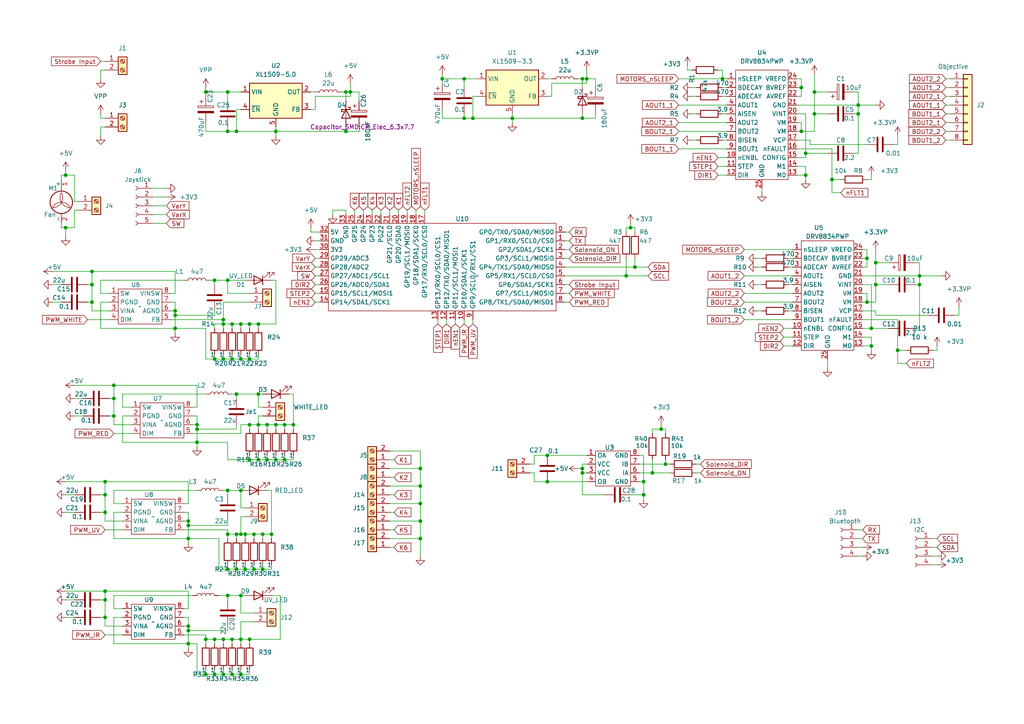
<source format=kicad_sch>
(kicad_sch (version 20231120) (generator "eeschema") (generator_version "8.0")
  (paper "A4")
  (junction (at 74.93 114.3))
  (junction (at 67.31 104.14))
  (junction (at 68.58 165.1))
  (junction (at 57.15 124.46))
  (junction (at 134.62 22.86))
  (junction (at 254 76.2))
  (junction (at 50.8 95.25))
  (junction (at 26.67 82.55))
  (junction (at 266.7 82.55))
  (junction (at 232.41 38.1))
  (junction (at 66.04 172.72))
  (junction (at 137.16 34.29))
  (junction (at 54.61 151.13))
  (junction (at 33.02 111.76))
  (junction (at 68.58 114.3))
  (junction (at 26.67 78.74))
  (junction (at 252.73 95.25))
  (junction (at 30.48 143.51))
  (junction (at 76.2 165.1))
  (junction (at 33.02 120.65))
  (junction (at 236.22 33.02))
  (junction (at 72.39 93.98))
  (junction (at 59.69 185.42))
  (junction (at 80.01 38.1))
  (junction (at 184.15 77.47))
  (junction (at 82.55 123.19))
  (junction (at 266.7 80.01))
  (junction (at 134.62 34.29))
  (junction (at 80.01 133.35))
  (junction (at 66.04 81.28))
  (junction (at 73.66 165.1))
  (junction (at 74.93 123.19))
  (junction (at 189.23 137.16))
  (junction (at 85.09 123.19))
  (junction (at 64.77 185.42))
  (junction (at 69.85 104.14))
  (junction (at 241.3 52.07))
  (junction (at 251.46 74.93))
  (junction (at 148.59 34.29))
  (junction (at 54.61 181.61))
  (junction (at 54.61 156.21))
  (junction (at 66.04 38.1))
  (junction (at 26.67 87.63))
  (junction (at 66.04 142.24))
  (junction (at 74.93 93.98))
  (junction (at 54.61 182.88))
  (junction (at 69.85 142.24))
  (junction (at 82.55 133.35))
  (junction (at 168.91 137.16))
  (junction (at 251.46 87.63))
  (junction (at 67.31 195.58))
  (junction (at 68.58 154.94))
  (junction (at 254 82.55))
  (junction (at 69.85 93.98))
  (junction (at 168.91 34.29))
  (junction (at 181.61 80.01))
  (junction (at 66.04 26.67))
  (junction (at 64.77 93.98))
  (junction (at 19.05 66.04))
  (junction (at 260.35 101.6))
  (junction (at 80.01 123.19))
  (junction (at 236.22 26.67))
  (junction (at 186.69 139.7))
  (junction (at 252.73 100.33))
  (junction (at 248.92 33.02))
  (junction (at 30.48 148.59))
  (junction (at 67.31 185.42))
  (junction (at 71.12 165.1))
  (junction (at 64.77 195.58))
  (junction (at 54.61 152.4))
  (junction (at 128.27 22.86))
  (junction (at 66.04 165.1))
  (junction (at 72.39 185.42))
  (junction (at 76.2 154.94))
  (junction (at 69.85 185.42))
  (junction (at 168.91 22.86))
  (junction (at 100.33 26.67))
  (junction (at 232.41 25.4))
  (junction (at 68.58 38.1))
  (junction (at 121.92 140.97))
  (junction (at 62.23 195.58))
  (junction (at 158.75 139.7))
  (junction (at 64.77 104.14))
  (junction (at 158.75 132.08))
  (junction (at 30.48 171.45))
  (junction (at 30.48 179.07))
  (junction (at 54.61 186.69))
  (junction (at 168.91 135.89))
  (junction (at 121.92 151.13))
  (junction (at 69.85 154.94))
  (junction (at 101.6 26.67))
  (junction (at 191.77 124.46))
  (junction (at 30.48 139.7))
  (junction (at 67.31 93.98))
  (junction (at 71.12 154.94))
  (junction (at 62.23 104.14))
  (junction (at 78.74 154.94))
  (junction (at 209.55 22.86))
  (junction (at 170.18 22.86))
  (junction (at 72.39 133.35))
  (junction (at 33.02 115.57))
  (junction (at 62.23 185.42))
  (junction (at 57.15 128.27))
  (junction (at 72.39 123.19))
  (junction (at 69.85 172.72))
  (junction (at 186.69 143.51))
  (junction (at 50.8 90.17))
  (junction (at 59.69 195.58))
  (junction (at 30.48 173.99))
  (junction (at 233.68 50.8))
  (junction (at 19.05 50.8))
  (junction (at 62.23 81.28))
  (junction (at 121.92 156.21))
  (junction (at 72.39 104.14))
  (junction (at 193.04 134.62))
  (junction (at 77.47 123.19))
  (junction (at 64.77 92.71))
  (junction (at 248.92 30.48))
  (junction (at 73.66 154.94))
  (junction (at 59.69 26.67))
  (junction (at 74.93 133.35))
  (junction (at 233.68 44.45))
  (junction (at 121.92 146.05))
  (junction (at 77.47 133.35))
  (junction (at 182.88 66.04))
  (junction (at 69.85 195.58))
  (junction (at 57.15 123.19))
  (junction (at 66.04 154.94))
  (junction (at 121.92 135.89))
  (junction (at 50.8 91.44))
  (junction (at 100.33 38.1))
  (wire (pts (xy 250.19 90.17) (xy 254 90.17)))
  (wire (pts (xy 154.94 132.08) (xy 158.75 132.08)))
  (wire (pts (xy 67.31 102.87) (xy 67.31 104.14)))
  (wire (pts (xy 113.03 143.51) (xy 114.3 143.51)))
  (wire (pts (xy 48.26 62.23) (xy 44.45 62.23)))
  (wire (pts (xy 191.77 124.46) (xy 189.23 124.46)))
  (wire (pts (xy 232.41 35.56) (xy 232.41 38.1)))
  (wire (pts (xy 17.78 66.04) (xy 19.05 66.04)))
  (wire (pts (xy 231.14 27.94) (xy 232.41 27.94)))
  (wire (pts (xy 233.68 45.72) (xy 231.14 45.72)))
  (wire (pts (xy 53.34 146.05) (xy 54.61 146.05)))
  (wire (pts (xy 254 82.55) (xy 257.81 82.55)))
  (wire (pts (xy 260.35 105.41) (xy 260.35 101.6)))
  (wire (pts (xy 74.93 114.3) (xy 76.2 114.3)))
  (wire (pts (xy 33.02 125.73) (xy 38.1 125.73)))
  (wire (pts (xy 107.95 60.96) (xy 107.95 62.23)))
  (wire (pts (xy 72.39 186.69) (xy 72.39 185.42)))
  (wire (pts (xy 236.22 21.59) (xy 236.22 26.67)))
  (wire (pts (xy 99.06 26.67) (xy 100.33 26.67)))
  (wire (pts (xy 69.85 149.86) (xy 71.12 149.86)))
  (wire (pts (xy 113.03 148.59) (xy 114.3 148.59)))
  (wire (pts (xy 154.94 134.62) (xy 154.94 132.08)))
  (wire (pts (xy 76.2 163.83) (xy 76.2 165.1)))
  (wire (pts (xy 167.64 22.86) (xy 168.91 22.86)))
  (wire (pts (xy 219.71 82.55) (xy 220.98 82.55)))
  (wire (pts (xy 189.23 124.46) (xy 189.23 125.73)))
  (wire (pts (xy 68.58 114.3) (xy 74.93 114.3)))
  (wire (pts (xy 266.7 80.01) (xy 273.05 80.01)))
  (wire (pts (xy 158.75 132.08) (xy 170.18 132.08)))
  (wire (pts (xy 231.14 22.86) (xy 232.41 22.86)))
  (wire (pts (xy 121.92 140.97) (xy 121.92 146.05)))
  (wire (pts (xy 66.04 142.24) (xy 66.04 143.51)))
  (wire (pts (xy 168.91 134.62) (xy 168.91 135.89)))
  (wire (pts (xy 168.91 33.02) (xy 168.91 34.29)))
  (wire (pts (xy 121.92 146.05) (xy 121.92 151.13)))
  (wire (pts (xy 38.1 118.11) (xy 35.56 118.11)))
  (wire (pts (xy 66.04 81.28) (xy 66.04 85.09)))
  (wire (pts (xy 181.61 74.93) (xy 181.61 80.01)))
  (wire (pts (xy 274.32 38.1) (xy 275.59 38.1)))
  (wire (pts (xy 134.62 92.71) (xy 134.62 93.98)))
  (wire (pts (xy 76.2 165.1) (xy 73.66 165.1)))
  (wire (pts (xy 55.88 125.73) (xy 69.85 125.73)))
  (wire (pts (xy 170.18 20.32) (xy 170.18 22.86)))
  (wire (pts (xy 90.17 66.04) (xy 90.17 67.31)))
  (wire (pts (xy 209.55 33.02) (xy 210.82 33.02)))
  (wire (pts (xy 250.19 80.01) (xy 266.7 80.01)))
  (wire (pts (xy 101.6 26.67) (xy 101.6 27.94)))
  (wire (pts (xy 250.19 97.79) (xy 252.73 97.79)))
  (wire (pts (xy 49.53 85.09) (xy 50.8 85.09)))
  (wire (pts (xy 69.85 177.8) (xy 73.66 177.8)))
  (wire (pts (xy 113.03 158.75) (xy 114.3 158.75)))
  (wire (pts (xy 240.03 104.14) (xy 240.03 106.68)))
  (wire (pts (xy 54.61 146.05) (xy 54.61 139.7)))
  (wire (pts (xy 115.57 60.96) (xy 115.57 62.23)))
  (wire (pts (xy 57.15 186.69) (xy 54.61 186.69)))
  (wire (pts (xy 231.14 50.8) (xy 233.68 50.8)))
  (wire (pts (xy 29.21 179.07) (xy 30.48 179.07)))
  (wire (pts (xy 113.03 146.05) (xy 121.92 146.05)))
  (wire (pts (xy 100.33 26.67) (xy 100.33 29.21)))
  (wire (pts (xy 231.14 40.64) (xy 234.95 40.64)))
  (wire (pts (xy 274.32 22.86) (xy 275.59 22.86)))
  (wire (pts (xy 248.92 30.48) (xy 254 30.48)))
  (wire (pts (xy 74.93 132.08) (xy 74.93 133.35)))
  (wire (pts (xy 19.05 49.53) (xy 19.05 50.8)))
  (wire (pts (xy 64.77 92.71) (xy 64.77 87.63)))
  (wire (pts (xy 76.2 154.94) (xy 76.2 156.21)))
  (wire (pts (xy 254 76.2) (xy 257.81 76.2)))
  (wire (pts (xy 209.55 20.32) (xy 209.55 22.86)))
  (wire (pts (xy 67.31 104.14) (xy 64.77 104.14)))
  (wire (pts (xy 35.56 118.11) (xy 35.56 114.3)))
  (wire (pts (xy 69.85 31.75) (xy 68.58 31.75)))
  (wire (pts (xy 270.51 101.6) (xy 271.78 101.6)))
  (wire (pts (xy 62.23 81.28) (xy 62.23 82.55)))
  (wire (pts (xy 74.93 133.35) (xy 72.39 133.35)))
  (wire (pts (xy 228.6 74.93) (xy 229.87 74.93)))
  (wire (pts (xy 50.8 87.63) (xy 50.8 90.17)))
  (wire (pts (xy 50.8 85.09) (xy 50.8 78.74)))
  (wire (pts (xy 53.34 153.67) (xy 66.04 153.67)))
  (wire (pts (xy 78.74 163.83) (xy 78.74 165.1)))
  (wire (pts (xy 184.15 66.04) (xy 184.15 67.31)))
  (wire (pts (xy 78.74 172.72) (xy 81.28 172.72)))
  (wire (pts (xy 80.01 123.19) (xy 80.01 124.46)))
  (wire (pts (xy 69.85 93.98) (xy 72.39 93.98)))
  (wire (pts (xy 29.21 81.28) (xy 53.34 81.28)))
  (wire (pts (xy 29.21 20.32) (xy 29.21 22.86)))
  (wire (pts (xy 228.6 90.17) (xy 229.87 90.17)))
  (wire (pts (xy 182.88 143.51) (xy 186.69 143.51)))
  (wire (pts (xy 80.01 38.1) (xy 80.01 39.37)))
  (wire (pts (xy 33.02 120.65) (xy 33.02 123.19)))
  (wire (pts (xy 64.77 104.14) (xy 62.23 104.14)))
  (wire (pts (xy 77.47 133.35) (xy 80.01 133.35)))
  (wire (pts (xy 250.19 85.09) (xy 251.46 85.09)))
  (wire (pts (xy 31.75 87.63) (xy 29.21 87.63)))
  (wire (pts (xy 73.66 165.1) (xy 71.12 165.1)))
  (wire (pts (xy 120.65 60.96) (xy 120.65 62.23)))
  (wire (pts (xy 209.55 22.86) (xy 210.82 22.86)))
  (wire (pts (xy 59.69 38.1) (xy 66.04 38.1)))
  (wire (pts (xy 172.72 34.29) (xy 168.91 34.29)))
  (wire (pts (xy 50.8 95.25) (xy 50.8 91.44)))
  (wire (pts (xy 33.02 186.69) (xy 54.61 186.69)))
  (wire (pts (xy 254 72.39) (xy 254 76.2)))
  (wire (pts (xy 68.58 165.1) (xy 66.04 165.1)))
  (wire (pts (xy 72.39 104.14) (xy 69.85 104.14)))
  (wire (pts (xy 54.61 181.61) (xy 53.34 181.61)))
  (wire (pts (xy 248.92 44.45) (xy 248.92 33.02)))
  (wire (pts (xy 121.92 151.13) (xy 121.92 156.21)))
  (wire (pts (xy 15.24 82.55) (xy 17.78 82.55)))
  (wire (pts (xy 74.93 118.11) (xy 76.2 118.11)))
  (wire (pts (xy 29.21 87.63) (xy 29.21 95.25)))
  (wire (pts (xy 33.02 179.07) (xy 33.02 186.69)))
  (wire (pts (xy 215.9 72.39) (xy 229.87 72.39)))
  (wire (pts (xy 236.22 26.67) (xy 236.22 33.02)))
  (wire (pts (xy 29.21 33.02) (xy 29.21 34.29)))
  (wire (pts (xy 72.39 195.58) (xy 69.85 195.58)))
  (wire (pts (xy 248.92 26.67) (xy 248.92 30.48)))
  (wire (pts (xy 35.56 114.3) (xy 59.69 114.3)))
  (wire (pts (xy 26.67 82.55) (xy 26.67 87.63)))
  (wire (pts (xy 85.09 114.3) (xy 85.09 123.19)))
  (wire (pts (xy 254 91.44) (xy 254 90.17)))
  (wire (pts (xy 185.42 137.16) (xy 189.23 137.16)))
  (wire (pts (xy 62.23 185.42) (xy 64.77 185.42)))
  (wire (pts (xy 170.18 22.86) (xy 170.18 24.13)))
  (wire (pts (xy 215.9 92.71) (xy 229.87 92.71)))
  (wire (pts (xy 160.02 24.13) (xy 170.18 24.13)))
  (wire (pts (xy 35.56 120.65) (xy 35.56 128.27)))
  (wire (pts (xy 44.45 57.15) (xy 48.26 57.15)))
  (wire (pts (xy 160.02 24.13) (xy 160.02 27.94)))
  (wire (pts (xy 274.32 27.94) (xy 275.59 27.94)))
  (wire (pts (xy 219.71 77.47) (xy 220.98 77.47)))
  (wire (pts (xy 241.3 43.18) (xy 241.3 52.07)))
  (wire (pts (xy 91.44 31.75) (xy 90.17 31.75)))
  (wire (pts (xy 53.34 176.53) (xy 54.61 176.53)))
  (wire (pts (xy 90.17 26.67) (xy 91.44 26.67)))
  (wire (pts (xy 25.4 82.55) (xy 26.67 82.55)))
  (wire (pts (xy 63.5 172.72) (xy 66.04 172.72)))
  (wire (pts (xy 66.04 128.27) (xy 57.15 128.27)))
  (wire (pts (xy 163.83 85.09) (xy 165.1 85.09)))
  (wire (pts (xy 67.31 93.98) (xy 67.31 95.25)))
  (wire (pts (xy 78.74 165.1) (xy 76.2 165.1)))
  (wire (pts (xy 199.39 20.32) (xy 200.66 20.32)))
  (wire (pts (xy 33.02 115.57) (xy 33.02 120.65)))
  (wire (pts (xy 30.48 20.32) (xy 29.21 20.32)))
  (wire (pts (xy 251.46 85.09) (xy 251.46 87.63)))
  (wire (pts (xy 33.02 148.59) (xy 33.02 156.21)))
  (wire (pts (xy 185.42 134.62) (xy 193.04 134.62)))
  (wire (pts (xy 78.74 142.24) (xy 78.74 154.94)))
  (wire (pts (xy 100.33 36.83) (xy 100.33 38.1)))
  (wire (pts (xy 59.69 195.58) (xy 59.69 194.31)))
  (wire (pts (xy 72.39 93.98) (xy 74.93 93.98)))
  (wire (pts (xy 64.77 142.24) (xy 66.04 142.24)))
  (wire (pts (xy 231.14 30.48) (xy 248.92 30.48)))
  (wire (pts (xy 203.2 137.16) (xy 201.93 137.16)))
  (wire (pts (xy 113.03 62.23) (xy 113.03 60.96)))
  (wire (pts (xy 81.28 172.72) (xy 81.28 185.42)))
  (wire (pts (xy 181.61 80.01) (xy 187.96 80.01)))
  (wire (pts (xy 158.75 22.86) (xy 160.02 22.86)))
  (wire (pts (xy 74.93 123.19) (xy 77.47 123.19)))
  (wire (pts (xy 113.03 156.21) (xy 121.92 156.21)))
  (wire (pts (xy 163.83 72.39) (xy 165.1 72.39)))
  (wire (pts (xy 193.04 134.62) (xy 194.31 134.62)))
  (wire (pts (xy 241.3 52.07) (xy 243.84 52.07)))
  (wire (pts (xy 30.48 17.78) (xy 29.21 17.78)))
  (wire (pts (xy 66.04 154.94) (xy 68.58 154.94)))
  (wire (pts (xy 100.33 60.96) (xy 100.33 62.23)))
  (wire (pts (xy 74.93 120.65) (xy 74.93 123.19)))
  (wire (pts (xy 69.85 172.72) (xy 69.85 177.8)))
  (wire (pts (xy 54.61 186.69) (xy 54.61 187.96)))
  (wire (pts (xy 57.15 124.46) (xy 68.58 124.46)))
  (wire (pts (xy 233.68 44.45) (xy 240.03 44.45)))
  (wire (pts (xy 250.19 74.93) (xy 251.46 74.93)))
  (wire (pts (xy 200.66 27.94) (xy 201.93 27.94)))
  (wire (pts (xy 85.09 123.19) (xy 85.09 124.46)))
  (wire (pts (xy 30.48 184.15) (xy 35.56 184.15)))
  (wire (pts (xy 59.69 26.67) (xy 59.69 27.94)))
  (wire (pts (xy 21.59 111.76) (xy 33.02 111.76)))
  (wire (pts (xy 80.01 132.08) (xy 80.01 133.35)))
  (wire (pts (xy 66.04 26.67) (xy 66.04 29.21)))
  (wire (pts (xy 153.67 137.16) (xy 154.94 137.16)))
  (wire (pts (xy 260.35 41.91) (xy 259.08 41.91)))
  (wire (pts (xy 209.55 20.32) (xy 208.28 20.32)))
  (wire (pts (xy 271.78 101.6) (xy 271.78 100.33)))
  (wire (pts (xy 68.58 114.3) (xy 68.58 115.57)))
  (wire (pts (xy 113.03 151.13) (xy 121.92 151.13)))
  (wire (pts (xy 91.44 77.47) (xy 92.71 77.47)))
  (wire (pts (xy 83.82 114.3) (xy 85.09 114.3)))
  (wire (pts (xy 29.21 85.09) (xy 29.21 81.28)))
  (wire (pts (xy 172.72 22.86) (xy 172.72 25.4)))
  (wire (pts (xy 69.85 185.42) (xy 69.85 180.34)))
  (wire (pts (xy 44.45 64.77) (xy 48.26 64.77)))
  (wire (pts (xy 266.7 82.55) (xy 266.7 80.01)))
  (wire (pts (xy 247.65 44.45) (xy 248.92 44.45)))
  (wire (pts (xy 248.92 33.02) (xy 248.92 30.48)))
  (wire (pts (xy 30.48 36.83) (xy 29.21 36.83)))
  (wire (pts (xy 91.44 82.55) (xy 92.71 82.55)))
  (wire (pts (xy 30.48 151.13) (xy 35.56 151.13)))
  (wire (pts (xy 50.8 95.25) (xy 50.8 96.52)))
  (wire (pts (xy 96.52 62.23) (xy 96.52 60.96)))
  (wire (pts (xy 163.83 82.55) (xy 165.1 82.55)))
  (wire (pts (xy 250.19 82.55) (xy 252.73 82.55)))
  (wire (pts (xy 132.08 92.71) (xy 132.08 93.98)))
  (wire (pts (xy 148.59 34.29) (xy 148.59 35.56)))
  (wire (pts (xy 219.71 74.93) (xy 220.98 74.93)))
  (wire (pts (xy 77.47 123.19) (xy 80.01 123.19)))
  (wire (pts (xy 69.85 104.14) (xy 67.31 104.14)))
  (wire (pts (xy 251.46 87.63) (xy 254 87.63)))
  (wire (pts (xy 30.48 181.61) (xy 35.56 181.61)))
  (wire (pts (xy 85.09 132.08) (xy 85.09 133.35)))
  (wire (pts (xy 19.05 148.59) (xy 21.59 148.59)))
  (wire (pts (xy 182.88 64.77) (xy 182.88 66.04)))
  (wire (pts (xy 199.39 19.05) (xy 199.39 20.32)))
  (wire (pts (xy 48.26 59.69) (xy 44.45 59.69)))
  (wire (pts (xy 67.31 185.42) (xy 67.31 186.69)))
  (wire (pts (xy 274.32 33.02) (xy 275.59 33.02)))
  (wire (pts (xy 91.44 80.01) (xy 92.71 80.01)))
  (wire (pts (xy 271.78 163.83) (xy 270.51 163.83)))
  (wire (pts (xy 25.4 87.63) (xy 26.67 87.63)))
  (wire (pts (xy 233.68 48.26) (xy 233.68 50.8)))
  (wire (pts (xy 21.59 115.57) (xy 24.13 115.57)))
  (wire (pts (xy 62.23 90.17) (xy 62.23 91.44)))
  (wire (pts (xy 54.61 139.7) (xy 30.48 139.7)))
  (wire (pts (xy 209.55 40.64) (xy 210.82 40.64)))
  (wire (pts (xy 184.15 77.47) (xy 187.96 77.47)))
  (wire (pts (xy 54.61 152.4) (xy 54.61 151.13)))
  (wire (pts (xy 54.61 156.21) (xy 54.61 157.48)))
  (wire (pts (xy 252.73 52.07) (xy 251.46 52.07)))
  (wire (pts (xy 55.88 120.65) (xy 57.15 120.65)))
  (wire (pts (xy 30.48 179.07) (xy 30.48 181.61)))
  (wire (pts (xy 118.11 60.96) (xy 118.11 62.23)))
  (wire (pts (xy 100.33 26.67) (xy 101.6 26.67)))
  (wire (pts (xy 67.31 195.58) (xy 64.77 195.58)))
  (wire (pts (xy 134.62 34.29) (xy 137.16 34.29)))
  (wire (pts (xy 274.32 35.56) (xy 275.59 35.56)))
  (wire (pts (xy 78.74 81.28) (xy 80.01 81.28)))
  (wire (pts (xy 57.15 120.65) (xy 57.15 123.19)))
  (wire (pts (xy 250.19 77.47) (xy 251.46 77.47)))
  (wire (pts (xy 54.61 156.21) (xy 54.61 152.4)))
  (wire (pts (xy 234.95 41.91) (xy 251.46 41.91)))
  (wire (pts (xy 80.01 123.19) (xy 82.55 123.19)))
  (wire (pts (xy 50.8 78.74) (xy 26.67 78.74)))
  (wire (pts (xy 250.19 161.29) (xy 248.92 161.29)))
  (wire (pts (xy 57.15 118.11) (xy 57.15 111.76)))
  (wire (pts (xy 31.75 85.09) (xy 29.21 85.09)))
  (wire (pts (xy 232.41 38.1) (xy 231.14 38.1)))
  (wire (pts (xy 72.39 93.98) (xy 72.39 95.25)))
  (wire (pts (xy 278.13 88.9) (xy 278.13 91.44)))
  (wire (pts (xy 67.31 93.98) (xy 69.85 93.98)))
  (wire (pts (xy 57.15 195.58) (xy 59.69 195.58)))
  (wire (pts (xy 128.27 31.75) (xy 128.27 34.29)))
  (wire (pts (xy 33.02 142.24) (xy 57.15 142.24)))
  (wire (pts (xy 181.61 67.31) (xy 181.61 66.04)))
  (wire (pts (xy 113.03 138.43) (xy 114.3 138.43)))
  (wire (pts (xy 69.85 102.87) (xy 69.85 104.14)))
  (wire (pts (xy 22.86 60.96) (xy 21.59 60.96)))
  (wire (pts (xy 252.73 101.6) (xy 252.73 100.33)))
  (wire (pts (xy 113.03 153.67) (xy 114.3 153.67)))
  (wire (pts (xy 66.04 133.35) (xy 66.04 128.27)))
  (wire (pts (xy 62.23 194.31) (xy 62.23 195.58)))
  (wire (pts (xy 91.44 85.09) (xy 92.71 85.09)))
  (wire (pts (xy 232.41 22.86) (xy 232.41 25.4)))
  (wire (pts (xy 170.18 134.62) (xy 168.91 134.62)))
  (wire (pts (xy 69.85 154.94) (xy 71.12 154.94)))
  (wire (pts (xy 262.89 105.41) (xy 260.35 105.41)))
  (wire (pts (xy 227.33 97.79) (xy 229.87 97.79)))
  (wire (pts (xy 250.19 153.67) (xy 248.92 153.67)))
  (wire (pts (xy 215.9 85.09) (xy 229.87 85.09)))
  (wire (pts (xy 78.74 154.94) (xy 76.2 154.94)))
  (wire (pts (xy 72.39 185.42) (xy 81.28 185.42)))
  (wire (pts (xy 69.85 142.24) (xy 69.85 147.32)))
  (wire (pts (xy 74.93 102.87) (xy 74.93 104.14)))
  (wire (pts (xy 185.42 132.08) (xy 186.69 132.08)))
  (wire (pts (xy 121.92 135.89) (xy 121.92 140.97)))
  (wire (pts (xy 64.77 194.31) (xy 64.77 195.58)))
  (wire (pts (xy 193.04 124.46) (xy 193.04 125.73)))
  (wire (pts (xy 63.5 156.21) (xy 54.61 156.21)))
  (wire (pts (xy 35.56 128.27) (xy 57.15 128.27)))
  (wire (pts (xy 35.56 176.53) (xy 33.02 176.53)))
  (wire (pts (xy 163.83 69.85) (xy 165.1 69.85)))
  (wire (pts (xy 69.85 147.32) (xy 71.12 147.32)))
  (wire (pts (xy 227.33 95.25) (xy 229.87 95.25)))
  (wire (pts (xy 66.04 81.28) (xy 71.12 81.28)))
  (wire (pts (xy 160.02 27.94) (xy 158.75 27.94)))
  (wire (pts (xy 62.23 185.42) (xy 62.23 186.69)))
  (wire (pts (xy 231.14 33.02) (xy 233.68 33.02)))
  (wire (pts (xy 57.15 195.58) (xy 57.15 186.69)))
  (wire (pts (xy 54.61 179.07) (xy 54.61 181.61)))
  (wire (pts (xy 19.05 139.7) (xy 30.48 139.7)))
  (wire (pts (xy 189.23 133.35) (xy 189.23 137.16)))
  (wire (pts (xy 21.59 120.65) (xy 24.13 120.65)))
  (wire (pts (xy 163.83 77.47) (xy 184.15 77.47)))
  (wire (pts (xy 265.43 76.2) (xy 266.7 76.2)))
  (wire (pts (xy 209.55 27.94) (xy 210.82 27.94)))
  (wire (pts (xy 113.03 133.35) (xy 114.3 133.35)))
  (wire (pts (xy 68.58 163.83) (xy 68.58 165.1)))
  (wire (pts (xy 19.05 143.51) (xy 21.59 143.51)))
  (wire (pts (xy 33.02 172.72) (xy 55.88 172.72)))
  (wire (pts (xy 102.87 62.23) (xy 102.87 60.96)))
  (wire (pts (xy 104.14 36.83) (xy 104.14 38.1)))
  (wire (pts (xy 91.44 27.94) (xy 101.6 27.94)))
  (wire (pts (xy 54.61 148.59) (xy 54.61 151.13)))
  (wire (pts (xy 236.22 38.1) (xy 232.41 38.1)))
  (wire (pts (xy 33.02 111.76) (xy 33.02 115.57)))
  (wire (pts (xy 101.6 24.13) (xy 101.6 26.67)))
  (wire (pts (xy 74.93 104.14) (xy 72.39 104.14)))
  (wire (pts (xy 123.19 60.96) (xy 123.19 62.23)))
  (wire (pts (xy 64.77 102.87) (xy 64.77 104.14)))
  (wire (pts (xy 66.04 172.72) (xy 66.04 173.99)))
  (wire (pts (xy 252.73 50.8) (xy 252.73 52.07)))
  (wire (pts (xy 91.44 74.93) (xy 92.71 74.93)))
  (wire (pts (xy 66.04 153.67) (xy 66.04 154.94)))
  (wire (pts (xy 91.44 27.94) (xy 91.44 31.75)))
  (wire (pts (xy 128.27 34.29) (xy 134.62 34.29)))
  (wire (pts (xy 67.31 194.31) (xy 67.31 195.58)))
  (wire (pts (xy 29.21 36.83) (xy 29.21 39.37)))
  (wire (pts (xy 128.27 22.86) (xy 128.27 24.13)))
  (wire (pts (xy 228.6 82.55) (xy 229.87 82.55)))
  (wire (pts (xy 170.18 22.86) (xy 172.72 22.86)))
  (wire (pts (xy 137.16 27.94) (xy 137.16 34.29)))
  (wire (pts (xy 69.85 154.94) (xy 69.85 149.86)))
  (wire (pts (xy 189.23 137.16) (xy 194.31 137.16)))
  (wire (pts (xy 29.21 148.59) (xy 30.48 148.59)))
  (wire (pts (xy 35.56 179.07) (xy 33.02 179.07)))
  (wire (pts (xy 232.41 25.4) (xy 232.41 27.94)))
  (wire (pts (xy 270.51 156.21) (xy 271.78 156.21)))
  (wire (pts (xy 29.21 143.51) (xy 30.48 143.51)))
  (wire (pts (xy 66.04 142.24) (xy 69.85 142.24)))
  (wire (pts (xy 200.66 33.02) (xy 201.93 33.02)))
  (wire (pts (xy 168.91 143.51) (xy 175.26 143.51)))
  (wire (pts (xy 96.52 60.96) (xy 100.33 60.96)))
  (wire (pts (xy 165.1 87.63) (xy 163.83 87.63)))
  (wire (pts (xy 30.48 171.45) (xy 54.61 171.45)))
  (wire (pts (xy 91.44 69.85) (xy 92.71 69.85)))
  (wire (pts (xy 265.43 82.55) (xy 266.7 82.55)))
  (wire (pts (xy 138.43 27.94) (xy 137.16 27.94)))
  (wire (pts (xy 260.35 39.37) (xy 260.35 41.91)))
  (wire (pts (xy 181.61 66.04) (xy 182.88 66.04)))
  (wire (pts (xy 196.85 35.56) (xy 210.82 35.56)))
  (wire (pts (xy 254 91.44) (xy 269.24 91.44)))
  (wire (pts (xy 33.02 123.19) (xy 38.1 123.19)))
  (wire (pts (xy 233.68 52.07) (xy 233.68 50.8)))
  (wire (pts (xy 64.77 92.71) (xy 64.77 93.98)))
  (wire (pts (xy 50.8 91.44) (xy 62.23 91.44)))
  (wire (pts (xy 231.14 35.56) (xy 232.41 35.56)))
  (wire (pts (xy 251.46 72.39) (xy 251.46 74.93)))
  (wire (pts (xy 68.58 154.94) (xy 69.85 154.94)))
  (wire (pts (xy 49.53 92.71) (xy 64.77 92.71)))
  (wire (pts (xy 62.23 81.28) (xy 66.04 81.28)))
  (wire (pts (xy 252.73 95.25) (xy 257.81 95.25)))
  (wire (pts (xy 168.91 137.16) (xy 168.91 143.51)))
  (wire (pts (xy 266.7 95.25) (xy 266.7 82.55)))
  (wire (pts (xy 62.23 195.58) (xy 59.69 195.58)))
  (wire (pts (xy 196.85 38.1) (xy 210.82 38.1)))
  (wire (pts (xy 110.49 60.96) (xy 110.49 62.23)))
  (wire (pts (xy 113.03 140.97) (xy 121.92 140.97)))
  (wire (pts (xy 247.65 33.02) (xy 248.92 33.02)))
  (wire (pts (xy 196.85 43.18) (xy 210.82 43.18)))
  (wire (pts (xy 66.04 85.09) (xy 72.39 85.09)))
  (wire (pts (xy 113.03 135.89) (xy 121.92 135.89)))
  (wire (pts (xy 78.74 142.24) (xy 77.47 142.24)))
  (wire (pts (xy 200.66 40.64) (xy 201.93 40.64)))
  (wire (pts (xy 80.01 36.83) (xy 80.01 38.1)))
  (wire (pts (xy 64.77 195.58) (xy 62.23 195.58)))
  (wire (pts (xy 30.48 139.7) (xy 30.48 143.51)))
  (wire (pts (xy 19.05 66.04) (xy 21.59 66.04)))
  (wire (pts (xy 215.9 87.63) (xy 229.87 87.63)))
  (wire (pts (xy 53.34 148.59) (xy 54.61 148.59)))
  (wire (pts (xy 254 76.2) (xy 254 82.55)))
  (wire (pts (xy 19.05 50.8) (xy 21.59 50.8)))
  (wire (pts (xy 33.02 176.53) (xy 33.02 172.72)))
  (wire (pts (xy 250.19 72.39) (xy 251.46 72.39)))
  (wire (pts (xy 82.55 123.19) (xy 82.55 124.46)))
  (wire (pts (xy 69.85 180.34) (xy 73.66 180.34)))
  (wire (pts (xy 128.27 21.59) (xy 128.27 22.86)))
  (wire (pts (xy 271.78 161.29) (xy 270.51 161.29)))
  (wire (pts (xy 59.69 25.4) (xy 59.69 26.67)))
  (wire (pts (xy 74.93 123.19) (xy 74.93 124.46)))
  (wire (pts (xy 69.85 185.42) (xy 67.31 185.42)))
  (wire (pts (xy 80.01 81.28) (xy 80.01 93.98)))
  (wire (pts (xy 68.58 154.94) (xy 68.58 156.21)))
  (wire (pts (xy 236.22 26.67) (xy 240.03 26.67)))
  (wire (pts (xy 30.48 153.67) (xy 35.56 153.67)))
  (wire (pts (xy 69.85 185.42) (xy 69.85 186.69)))
  (wire (pts (xy 59.69 35.56) (xy 59.69 38.1)))
  (wire (pts (xy 73.66 154.94) (xy 73.66 156.21)))
  (wire (pts (xy 185.42 139.7) (xy 186.69 139.7)))
  (wire (pts (xy 29.21 95.25) (xy 50.8 95.25)))
  (wire (pts (xy 66.04 26.67) (xy 69.85 26.67)))
  (wire (pts (xy 191.77 124.46) (xy 191.77 123.19)))
  (wire (pts (xy 66.04 172.72) (xy 69.85 172.72)))
  (wire (pts (xy 62.23 95.25) (xy 62.23 93.98)))
  (wire (pts (xy 137.16 93.98) (xy 137.16 92.71)))
  (wire (pts (xy 69.85 194.31) (xy 69.85 195.58)))
  (wire (pts (xy 85.09 123.19) (xy 82.55 123.19)))
  (wire (pts (xy 158.75 139.7) (xy 170.18 139.7)))
  (wire (pts (xy 77.47 133.35) (xy 74.93 133.35)))
  (wire (pts (xy 168.91 135.89) (xy 168.91 137.16)))
  (wire (pts (xy 184.15 74.93) (xy 184.15 77.47)))
  (wire (pts (xy 59.69 104.14) (xy 62.23 104.14)))
  (wire (pts (xy 113.03 130.81) (xy 121.92 130.81)))
  (wire (pts (xy 121.92 156.21) (xy 121.92 161.29)))
  (wire (pts (xy 74.93 93.98) (xy 74.93 95.25)))
  (wire (pts (xy 193.04 133.35) (xy 193.04 134.62)))
  (wire (pts (xy 74.93 114.3) (xy 74.93 118.11)))
  (wire (pts (xy 62.23 104.14) (xy 62.23 102.87)))
  (wire (pts (xy 209.55 25.4) (xy 210.82 25.4)))
  (wire (pts (xy 64.77 87.63) (xy 72.39 87.63)))
  (wire (pts (xy 182.88 66.04) (xy 184.15 66.04)))
  (wire (pts (xy 71.12 154.94) (xy 71.12 156.21)))
  (wire (pts (xy 77.47 132.08) (xy 77.47 133.35)))
  (wire (pts (xy 252.73 82.55) (xy 252.73 95.25)))
  (wire (pts (xy 77.47 123.19) (xy 77.47 124.46)))
  (wire (pts (xy 66.04 151.13) (xy 66.04 152.4)))
  (wire (pts (xy 101.6 26.67) (xy 104.14 26.67)))
  (wire (pts (xy 35.56 146.05) (xy 33.02 146.05)))
  (wire (pts (xy 69.85 195.58) (xy 67.31 195.58)))
  (wire (pts (xy 163.83 80.01) (xy 181.61 80.01)))
  (wire (pts (xy 71.12 163.83) (xy 71.12 165.1)))
  (wire (pts (xy 74.93 120.65) (xy 76.2 120.65)))
  (wire (pts (xy 30.48 148.59) (xy 30.48 151.13)))
  (wire (pts (xy 59.69 26.67) (xy 66.04 26.67)))
  (wire (pts (xy 250.19 95.25) (xy 252.73 95.25)))
  (wire (pts (xy 30.48 34.29) (xy 29.21 34.29)))
  (wire (pts (xy 30.48 173.99) (xy 30.48 179.07)))
  (wire (pts (xy 57.15 124.46) (xy 57.15 123.19)))
  (wire (pts (xy 26.67 87.63) (xy 26.67 90.17)))
  (wire (pts (xy 252.73 97.79) (xy 252.73 100.33)))
  (wire (pts (xy 59.69 186.69) (xy 59.69 185.42)))
  (wire (pts (xy 54.61 182.88) (xy 66.04 182.88)))
  (wire (pts (xy 31.75 120.65) (xy 33.02 120.65)))
  (wire (pts (xy 82.55 132.08) (xy 82.55 133.35)))
  (wire (pts (xy 17.78 64.77) (xy 17.78 66.04)))
  (wire (pts (xy 66.04 156.21) (xy 66.04 154.94)))
  (wire (pts (xy 129.54 92.71) (xy 129.54 93.98)))
  (wire (pts (xy 59.69 185.42) (xy 62.23 185.42)))
  (wire (pts (xy 17.78 50.8) (xy 19.05 50.8)))
  (wire (pts (xy 134.62 22.86) (xy 134.62 25.4)))
  (wire (pts (xy 154.94 139.7) (xy 158.75 139.7)))
  (wire (pts (xy 55.88 118.11) (xy 57.15 118.11)))
  (wire (pts (xy 54.61 186.69) (xy 54.61 182.88)))
  (wire (pts (xy 15.24 78.74) (xy 26.67 78.74)))
  (wire (pts (xy 15.24 87.63) (xy 17.78 87.63)))
  (wire (pts (xy 17.78 52.07) (xy 17.78 50.8)))
  (wire (pts (xy 196.85 30.48) (xy 210.82 30.48)))
  (wire (pts (xy 38.1 120.65) (xy 35.56 120.65)))
  (wire (pts (xy 228.6 77.47) (xy 229.87 77.47)))
  (wire (pts (xy 64.77 93.98) (xy 67.31 93.98)))
  (wire (pts (xy 186.69 132.08) (xy 186.69 139.7)))
  (wire (pts (xy 33.02 156.21) (xy 54.61 156.21)))
  (wire (pts (xy 186.69 143.51) (xy 186.69 144.78)))
  (wire (pts (xy 208.28 45.72) (xy 210.82 45.72)))
  (wire (pts (xy 66.04 133.35) (xy 72.39 133.35)))
  (wire (pts (xy 250.19 87.63) (xy 251.46 87.63)))
  (wire (pts (xy 19.05 173.99) (xy 21.59 173.99)))
  (wire (pts (xy 250.19 92.71) (xy 260.35 92.71)))
  (wire (pts (xy 250.19 158.75) (xy 248.92 158.75)))
  (wire (pts (xy 134.62 22.86) (xy 138.43 22.86)))
  (wire (pts (xy 91.44 72.39) (xy 92.71 72.39)))
  (wire (pts (xy 57.15 111.76) (xy 33.02 111.76)))
  (wire (pts (xy 22.86 58.42) (xy 21.59 58.42)))
  (wire (pts (xy 69.85 185.42) (xy 72.39 185.42)))
  (wire (pts (xy 90.17 67.31) (xy 92.71 67.31)))
  (wire (pts (xy 54.61 182.88) (xy 54.61 181.61)))
  (wire (pts (xy 168.91 22.86) (xy 168.91 25.4)))
  (wire (pts (xy 250.19 100.33) (xy 252.73 100.33)))
  (wire (pts (xy 19.05 179.07) (xy 21.59 179.07)))
  (wire (pts (xy 69.85 93.98) (xy 69.85 95.25)))
  (wire (pts (xy 59.69 184.15) (xy 59.69 185.42)))
  (wire (pts (xy 215.9 80.01) (xy 229.87 80.01)))
  (wire (pts (xy 53.34 179.07) (xy 54.61 179.07)))
  (wire (pts (xy 153.67 134.62) (xy 154.94 134.62)))
  (wire (pts (xy 53.34 184.15) (xy 59.69 184.15)))
  (wire (pts (xy 137.16 34.29) (xy 148.59 34.29)))
  (wire (pts (xy 236.22 33.02) (xy 240.03 33.02)))
  (wire (pts (xy 29.21 173.99) (xy 30.48 173.99)))
  (wire (pts (xy 50.8 90.17) (xy 49.53 90.17)))
  (wire (pts (xy 66.04 165.1) (xy 66.04 163.83)))
  (wire (pts (xy 154.94 137.16) (xy 154.94 139.7)))
  (wire (pts (xy 134.62 33.02) (xy 134.62 34.29)))
  (wire (pts (xy 21.59 66.04) (xy 21.59 60.96)))
  (wire (pts (xy 64.77 93.98) (xy 64.77 95.25)))
  (wire (pts (xy 191.77 124.46) (xy 193.04 124.46)))
  (wire (pts (xy 50.8 91.44) (xy 50.8 90.17)))
  (wire (pts (xy 270.51 158.75) (xy 271.78 158.75)))
  (wire (pts (xy 71.12 154.94) (xy 73.66 154.94)))
  (wire (pts (xy 63.5 165.1) (xy 63.5 156.21)))
  (wire (pts (xy 68.58 123.19) (xy 68.58 124.46)))
  (wire (pts (xy 21.59 50.8) (xy 21.59 58.42)))
  (wire (pts (xy 200.66 25.4) (xy 201.93 25.4)))
  (wire (pts (xy 203.2 134.62) (xy 201.93 134.62)))
  (wire (pts (xy 104.14 26.67) (xy 104.14 29.21)))
  (wire (pts (xy 72.39 133.35) (xy 72.39 132.08)))
  (wire (pts (xy 57.15 123.19) (xy 55.88 123.19)))
  (wire (pts (xy 72.39 124.46) (xy 72.39 123.19)))
  (wire (pts (xy 66.04 38.1) (xy 68.58 38.1)))
  (wire (pts (xy 243.84 55.88) (xy 241.3 55.88)))
  (wire (pts (xy 266.7 76.2) (xy 266.7 80.01)))
  (wire (pts (xy 163.83 67.31) (xy 165.1 67.31)))
  (wire (pts (xy 59.69 95.25) (xy 59.69 104.14)))
  (wire (pts (xy 76.2 154.94) (xy 73.66 154.94)))
  (wire (pts (xy 67.31 114.3) (xy 68.58 114.3)))
  (wire (pts (xy 91.44 87.63) (xy 92.71 87.63)))
  (wire (pts (xy 227.33 100.33) (xy 229.87 100.33)))
  (wire (pts (xy 231.14 48.26) (xy 233.68 48.26)))
  (wire (pts (xy 168.91 22.86) (xy 170.18 22.86)))
  (wire (pts (xy 196.85 22.86) (xy 209.55 22.86)))
  (wire (pts (xy 59.69 95.25) (xy 50.8 95.25)))
  (wire (pts (xy 254 87.63) (xy 254 82.55)))
  (wire (pts (xy 278.13 91.44) (xy 276.86 91.44)))
  (wire (pts (xy 233.68 33.02) (xy 233.68 44.45)))
  (wire (pts (xy 105.41 60.96) (xy 105.41 62.23)))
  (wire (pts (xy 35.56 148.59) (xy 33.02 148.59)))
  (wire (pts (xy 44.45 54.61) (xy 48.26 54.61)))
  (wire (pts (xy 57.15 128.27) (xy 57.15 124.46)))
  (wire (pts (xy 82.55 133.35) (xy 85.09 133.35)))
  (wire (pts (xy 274.32 25.4) (xy 275.59 25.4)))
  (wire (pts (xy 64.77 185.42) (xy 67.31 185.42)))
  (wire (pts (xy 54.61 152.4) (xy 66.04 152.4)))
  (wire (pts (xy 60.96 81.28) (xy 62.23 81.28)))
  (wire (pts (xy 33.02 146.05) (xy 33.02 142.24)))
  (wire (pts (xy 104.14 38.1) (xy 100.33 38.1)))
  (wire (pts (xy 72.39 123.19) (xy 74.93 123.19)))
  (wire (pts (xy 234.95 41.91) (xy 234.95 40.64)))
  (wire (pts (xy 260.35 101.6) (xy 262.89 101.6)))
  (wire (pts (xy 186.69 139.7) (xy 186.69 143.51)))
  (wire (pts (xy 26.67 90.17) (xy 31.75 90.17)))
  (wire (pts (xy 64.77 185.42) (xy 64.77 186.69)))
  (wire (pts (xy 66.04 36.83) (xy 66.04 38.1)))
  (wire (pts (xy 208.28 50.8) (xy 210.82 50.8)))
  (wire (pts (xy 231.14 43.18) (xy 241.3 43.18)))
  (wire (pts (xy 251.46 74.93) (xy 251.46 77.47)))
  (wire (pts (xy 127 92.71) (xy 127 93.98)))
  (wire (pts (xy 68.58 38.1) (xy 80.01 38.1)))
  (wire (pts (xy 208.28 48.26) (xy 210.82 48.26)))
  (wire (pts (xy 72.39 102.87) (xy 72.39 104.14)))
  (wire (pts (xy 78.74 154.94) (xy 78.74 156.21)))
  (wire (pts (xy 172.72 33.02) (xy 172.72 34.29)))
  (wire (pts (xy 71.12 165.1) (xy 68.58 165.1)))
  (wire (pts (xy 54.61 176.53) (xy 54.61 171.45)))
  (wire (pts (xy 31.75 115.57) (xy 33.02 115.57)))
  (wire (pts (xy 74.93 93.98) (xy 80.01 93.98)))
  (wire (pts (xy 54.61 151.13) (xy 53.34 151.13)))
  (wire (pts (xy 72.39 194.31) (xy 72.39 195.58)))
  (wire (pts (xy 265.43 95.25) (xy 266.7 95.25)))
  (wire (pts (xy 220.98 54.61) (xy 220.98 55.88)))
  (wire (pts (xy 274.32 30.48) (xy 275.59 30.48)))
  (wire (pts (xy 30.48 171.45) (xy 30.48 173.99)))
  (wire (pts (xy 69.85 172.72) (xy 71.12 172.72)))
  (wire (pts (xy 72.39 123.19) (xy 69.85 123.19)))
  (wire (pts (xy 233.68 44.45) (xy 233.68 45.72)))
  (wire (pts (xy 247.65 26.67) (xy 248.92 26.67)))
  (wire (pts (xy 236.22 33.02) (xy 236.22 38.1)))
  (wire (pts (xy 57.15 128.27) (xy 57.15 129.54)))
  (wire (pts (xy 219.71 90.17) (xy 220.98 90.17)))
  (wire (pts (xy 30.48 143.51) (xy 30.48 148.59)))
  (wire (pts (xy 260.35 92.71) (xy 260.35 101.6)))
  (wire (pts (xy 80.01 38.1) (xy 100.33 38.1)))
  (wire (pts (xy 62.23 93.98) (xy 64.77 93.98)))
  (wire (pts (xy 148.59 33.02) (xy 148.59 34.29)))
  (wire (pts (xy 163.83 74.93) (xy 165.1 74.93)))
  (wire (pts (xy 63.5 165.1) (xy 66.04 165.1)))
  (wire (pts (xy 66.04 181.61) (xy 66.04 182.88)))
  (wire (pts (xy 26.67 78.74) (xy 26.67 82.55)))
  (wire (pts (xy 68.58 31.75) (xy 68.58 38.1)))
  (wire (pts (xy 168.91 137.16) (xy 170.18 137.16)))
  (wire (pts (xy 248.92 156.21) (xy 250.19 156.21)))
  (wire (pts (xy 148.59 34.29) (xy 168.91 34.29)))
  (wire (pts (xy 25.4 92.71) (xy 31.75 92.71)))
  (wire (pts (xy 241.3 55.88) (xy 241.3 52.07)))
  (wire (pts (xy 49.53 87.63) (xy 50.8 87.63)))
  (wire (pts (xy 82.55 133.35) (xy 80.01 133.35)))
  (wire (pts (xy 274.32 40.64) (xy 275.59 40.64)))
  (wire (pts (xy 128.27 22.86) (xy 134.62 22.86)))
  (wire (pts (xy 167.64 135.89) (xy 168.91 135.89)))
  (wire (pts (xy 19.05 171.45) (xy 30.48 171.45)))
  (wire (pts (xy 121.92 130.81) (xy 121.92 135.89)))
  (wire (pts (xy 19.05 66.04) (xy 19.05 68.58)))
  (wire (pts (xy 73.66 163.83) (xy 73.66 165.1)))
  (wire (pts (xy 69.85 123.19) (xy 69.85 125.73)))
  (wire (pts (xy 231.14 25.4) (xy 232.41 25.4)))
  (global_label "Strobe Input" (shape input) (at 29.21 17.78 180) (property "Intersheetrefs" "${INTERSHEET_REFS}" (effects (hide yes))))
  (global_label "nEN2" (shape input) (at 91.44 87.63 180) (property "Intersheetrefs" "${INTERSHEET_REFS}" (effects (hide yes))))
  (global_label "K1" (shape input) (at 114.3 133.35 0) (property "Intersheetrefs" "${INTERSHEET_REFS}" (effects (hide yes))))
  (global_label "DIR1" (shape input) (at 129.54 93.98 270) (property "Intersheetrefs" "${INTERSHEET_REFS}" (effects (hide yes))))
  (global_label "Strobe Input" (shape input) (at 165.1 82.55 0) (property "Intersheetrefs" "${INTERSHEET_REFS}" (effects (hide yes))))
  (global_label "Solenoid_ON" (shape input) (at 165.1 72.39 0) (property "Intersheetrefs" "${INTERSHEET_REFS}" (effects (hide yes))))
  (global_label "AOUT2_2" (shape input) (at 274.32 22.86 180) (property "Intersheetrefs" "${INTERSHEET_REFS}" (effects (hide yes))))
  (global_label "K5" (shape input) (at 105.41 60.96 90) (property "Intersheetrefs" "${INTERSHEET_REFS}" (effects (hide yes))))
  (global_label "BOUT2_1" (shape input) (at 274.32 35.56 180) (property "Intersheetrefs" "${INTERSHEET_REFS}" (effects (hide yes))))
  (global_label "SDA" (shape input) (at 271.78 158.75 0) (property "Intersheetrefs" "${INTERSHEET_REFS}" (effects (hide yes))))
  (global_label "BOUT1_1" (shape input) (at 196.85 43.18 180) (property "Intersheetrefs" "${INTERSHEET_REFS}" (effects (hide yes))))
  (global_label "Solenoid_DIR" (shape input) (at 203.2 134.62 0) (property "Intersheetrefs" "${INTERSHEET_REFS}" (effects (hide yes))))
  (global_label "BOUT2_1" (shape input) (at 196.85 38.1 180) (property "Intersheetrefs" "${INTERSHEET_REFS}" (effects (hide yes))))
  (global_label "MOTORS_nSLEEP" (shape input) (at 120.65 60.96 90) (property "Intersheetrefs" "${INTERSHEET_REFS}" (effects (hide yes))))
  (global_label "AOUT2_1" (shape input) (at 196.85 35.56 180) (property "Intersheetrefs" "${INTERSHEET_REFS}" (effects (hide yes))))
  (global_label "AOUT1_1" (shape input) (at 274.32 30.48 180) (property "Intersheetrefs" "${INTERSHEET_REFS}" (effects (hide yes))))
  (global_label "RX" (shape input) (at 250.19 153.67 0) (property "Intersheetrefs" "${INTERSHEET_REFS}" (effects (hide yes))))
  (global_label "nFLT2" (shape input) (at 262.89 105.41 0) (property "Intersheetrefs" "${INTERSHEET_REFS}" (effects (hide yes))))
  (global_label "PWM_RED" (shape input) (at 165.1 87.63 0) (property "Intersheetrefs" "${INTERSHEET_REFS}" (effects (hide yes))))
  (global_label "VarY" (shape input) (at 91.44 74.93 180) (property "Intersheetrefs" "${INTERSHEET_REFS}" (effects (hide yes))))
  (global_label "K4" (shape input) (at 107.95 60.96 90) (property "Intersheetrefs" "${INTERSHEET_REFS}" (effects (hide yes))))
  (global_label "PWM_IR" (shape input) (at 134.62 93.98 270) (property "Intersheetrefs" "${INTERSHEET_REFS}" (effects (hide yes))))
  (global_label "K4" (shape input) (at 114.3 148.59 0) (property "Intersheetrefs" "${INTERSHEET_REFS}" (effects (hide yes))))
  (global_label "DIR2" (shape input) (at 91.44 82.55 180) (property "Intersheetrefs" "${INTERSHEET_REFS}" (effects (hide yes))))
  (global_label "AOUT1_2" (shape input) (at 215.9 80.01 180) (property "Intersheetrefs" "${INTERSHEET_REFS}" (effects (hide yes))))
  (global_label "VarY" (shape input) (at 48.26 59.69 0) (property "Intersheetrefs" "${INTERSHEET_REFS}" (effects (hide yes))))
  (global_label "K3" (shape input) (at 114.3 143.51 0) (property "Intersheetrefs" "${INTERSHEET_REFS}" (effects (hide yes))))
  (global_label "STEP2" (shape input) (at 91.44 85.09 180) (property "Intersheetrefs" "${INTERSHEET_REFS}" (effects (hide yes))))
  (global_label "K2" (shape input) (at 114.3 138.43 0) (property "Intersheetrefs" "${INTERSHEET_REFS}" (effects (hide yes))))
  (global_label "BOUT1_2" (shape input) (at 215.9 92.71 180) (property "Intersheetrefs" "${INTERSHEET_REFS}" (effects (hide yes))))
  (global_label "Solenoid_ON" (shape input) (at 203.2 137.16 0) (property "Intersheetrefs" "${INTERSHEET_REFS}" (effects (hide yes))))
  (global_label "DIR2" (shape input) (at 227.33 100.33 180) (property "Intersheetrefs" "${INTERSHEET_REFS}" (effects (hide yes))))
  (global_label "VarX" (shape input) (at 91.44 77.47 180) (property "Intersheetrefs" "${INTERSHEET_REFS}" (effects (hide yes))))
  (global_label "nEN2" (shape input) (at 227.33 95.25 180) (property "Intersheetrefs" "${INTERSHEET_REFS}" (effects (hide yes))))
  (global_label "nFLT1" (shape input) (at 243.84 55.88 0) (property "Intersheetrefs" "${INTERSHEET_REFS}" (effects (hide yes))))
  (global_label "K2" (shape input) (at 113.03 60.96 90) (property "Intersheetrefs" "${INTERSHEET_REFS}" (effects (hide yes))))
  (global_label "PWM_UV" (shape input) (at 30.48 153.67 180) (property "Intersheetrefs" "${INTERSHEET_REFS}" (effects (hide yes))))
  (global_label "BOUT2_2" (shape input) (at 274.32 38.1 180) (property "Intersheetrefs" "${INTERSHEET_REFS}" (effects (hide yes))))
  (global_label "MOTORS_nSLEEP" (shape input) (at 215.9 72.39 180) (property "Intersheetrefs" "${INTERSHEET_REFS}" (effects (hide yes))))
  (global_label "AOUT2_1" (shape input) (at 274.32 27.94 180) (property "Intersheetrefs" "${INTERSHEET_REFS}" (effects (hide yes))))
  (global_label "nFLT2" (shape input) (at 118.11 60.96 90) (property "Intersheetrefs" "${INTERSHEET_REFS}" (effects (hide yes))))
  (global_label "K3" (shape input) (at 110.49 60.96 90) (property "Intersheetrefs" "${INTERSHEET_REFS}" (effects (hide yes))))
  (global_label "SCL" (shape input) (at 187.96 80.01 0) (property "Intersheetrefs" "${INTERSHEET_REFS}" (effects (hide yes))))
  (global_label "SDA" (shape input) (at 187.96 77.47 0) (property "Intersheetrefs" "${INTERSHEET_REFS}" (effects (hide yes))))
  (global_label "nFLT1" (shape input) (at 123.19 60.96 90) (property "Intersheetrefs" "${INTERSHEET_REFS}" (effects (hide yes))))
  (global_label "MOTORS_nSLEEP" (shape input) (at 196.85 22.86 180) (property "Intersheetrefs" "${INTERSHEET_REFS}" (effects (hide yes))))
  (global_label "AOUT1_1" (shape input) (at 196.85 30.48 180) (property "Intersheetrefs" "${INTERSHEET_REFS}" (effects (hide yes))))
  (global_label "AOUT1_2" (shape input) (at 274.32 25.4 180) (property "Intersheetrefs" "${INTERSHEET_REFS}" (effects (hide yes))))
  (global_label "nEN1" (shape input) (at 132.08 93.98 270) (property "Intersheetrefs" "${INTERSHEET_REFS}" (effects (hide yes))))
  (global_label "RX" (shape input) (at 165.1 67.31 0) (property "Intersheetrefs" "${INTERSHEET_REFS}" (effects (hide yes))))
  (global_label "K6" (shape input) (at 102.87 60.96 90) (property "Intersheetrefs" "${INTERSHEET_REFS}" (effects (hide yes))))
  (global_label "SW" (shape input) (at 91.44 80.01 180) (property "Intersheetrefs" "${INTERSHEET_REFS}" (effects (hide yes))))
  (global_label "nEN1" (shape input) (at 208.28 45.72 180) (property "Intersheetrefs" "${INTERSHEET_REFS}" (effects (hide yes))))
  (global_label "TX" (shape input) (at 165.1 69.85 0) (property "Intersheetrefs" "${INTERSHEET_REFS}" (effects (hide yes))))
  (global_label "SCL" (shape input) (at 271.78 156.21 0) (property "Intersheetrefs" "${INTERSHEET_REFS}" (effects (hide yes))))
  (global_label "PWM_RED" (shape input) (at 33.02 125.73 180) (property "Intersheetrefs" "${INTERSHEET_REFS}" (effects (hide yes))))
  (global_label "TX" (shape input) (at 250.19 156.21 0) (property "Intersheetrefs" "${INTERSHEET_REFS}" (effects (hide yes))))
  (global_label "STEP1" (shape input) (at 208.28 48.26 180) (property "Intersheetrefs" "${INTERSHEET_REFS}" (effects (hide yes))))
  (global_label "PWM_WHITE" (shape input) (at 25.4 92.71 180) (property "Intersheetrefs" "${INTERSHEET_REFS}" (effects (hide yes))))
  (global_label "STEP2" (shape input) (at 227.33 97.79 180) (property "Intersheetrefs" "${INTERSHEET_REFS}" (effects (hide yes))))
  (global_label "K1" (shape input) (at 115.57 60.96 90) (property "Intersheetrefs" "${INTERSHEET_REFS}" (effects (hide yes))))
  (global_label "AOUT2_2" (shape input) (at 215.9 85.09 180) (property "Intersheetrefs" "${INTERSHEET_REFS}" (effects (hide yes))))
  (global_label "PWM_WHITE" (shape input) (at 165.1 85.09 0) (property "Intersheetrefs" "${INTERSHEET_REFS}" (effects (hide yes))))
  (global_label "Solenoid_DIR" (shape input) (at 165.1 74.93 0) (property "Intersheetrefs" "${INTERSHEET_REFS}" (effects (hide yes))))
  (global_label "K5" (shape input) (at 114.3 153.67 0) (property "Intersheetrefs" "${INTERSHEET_REFS}" (effects (hide yes))))
  (global_label "BOUT2_2" (shape input) (at 215.9 87.63 180) (property "Intersheetrefs" "${INTERSHEET_REFS}" (effects (hide yes))))
  (global_label "BOUT1_1" (shape input) (at 274.32 33.02 180) (property "Intersheetrefs" "${INTERSHEET_REFS}" (effects (hide yes))))
  (global_label "BOUT1_2" (shape input) (at 274.32 40.64 180) (property "Intersheetrefs" "${INTERSHEET_REFS}" (effects (hide yes))))
  (global_label "STEP1" (shape input) (at 127 93.98 270) (property "Intersheetrefs" "${INTERSHEET_REFS}" (effects (hide yes))))
  (global_label "SW" (shape input) (at 48.26 64.77 0) (property "Intersheetrefs" "${INTERSHEET_REFS}" (effects (hide yes))))
  (global_label "K6" (shape input) (at 114.3 158.75 0) (property "Intersheetrefs" "${INTERSHEET_REFS}" (effects (hide yes))))
  (global_label "VarX" (shape input) (at 48.26 62.23 0) (property "Intersheetrefs" "${INTERSHEET_REFS}" (effects (hide yes))))
  (global_label "PWM_UV" (shape input) (at 137.16 93.98 270) (property "Intersheetrefs" "${INTERSHEET_REFS}" (effects (hide yes))))
  (global_label "DIR1" (shape input) (at 208.28 50.8 180) (property "Intersheetrefs" "${INTERSHEET_REFS}" (effects (hide yes))))
  (global_label "PWM_IR" (shape input) (at 30.48 184.15 180) (property "Intersheetrefs" "${INTERSHEET_REFS}" (effects (hide yes))))
  (symbol (lib_id "power:GND") (at 219.71 77.47 270) (unit 1)
    (property "Reference" "#PWR036" (effects (hide yes)))
    (property "Value" "GND" (effects (hide yes)))
  )
  (symbol (lib_id "Device:R") (at 64.77 190.5 0) (unit 1)
    (property "Reference" "R34" (at 63.5 196.85 0) (effects (justify left)))
    (property "Value" "1" (at 63.5 194.31 0) (effects (justify left)))
    (property "Footprint" "Resistor_SMD:R_0603_1608Metric_Pad0.98x0.95mm_HandSolder" (effects (hide yes)))
  )
  (symbol (lib_id "Vedro:LED2000DR") (at 46.99 121.92 0) (unit 1)
    (property "Reference" "U7" (at 45.72 115.57 0))
    (property "Value" "~" (at 46.99 121.92 0))
    (property "Footprint" "Package_SO:PowerIntegrations_SO-8" (effects (hide yes)))
  )
  (symbol (lib_id "Device:R") (at 72.39 128.27 0) (unit 1)
    (property "Reference" "R15" (at 68.58 133.35 0) (effects (justify left)))
    (property "Value" "1" (at 71.12 132.08 0) (effects (justify left)))
    (property "Footprint" "Resistor_SMD:R_0603_1608Metric_Pad0.98x0.95mm_HandSolder" (effects (hide yes)))
  )
  (symbol (lib_id "power:+5V") (at 167.64 135.89 90) (unit 1)
    (property "Reference" "#PWR0112" (effects (hide yes)))
    (property "Value" "+5V" (at 162.814 135.89 90))
  )
  (symbol (lib_id "Connector:Screw_Terminal_01x02") (at 107.95 158.75 180) (unit 1)
    (property "Reference" "J17" (at 104.14 157.48 0))
    (property "Value" "Screw_Terminal_01x02" (effects (hide yes)))
    (property "Footprint" "Connector_PinSocket_2.54mm:PinSocket_1x02_P2.54mm_Vertical" (effects (hide yes)))
  )
  (symbol (lib_id "Device:R") (at 73.66 160.02 0) (unit 1)
    (property "Reference" "R30" (at 73.66 166.37 0) (effects (justify left)))
    (property "Value" "1" (at 72.39 163.83 0) (effects (justify left)))
    (property "Footprint" "Resistor_SMD:R_0603_1608Metric_Pad0.98x0.95mm_HandSolder" (effects (hide yes)))
  )
  (symbol (lib_id "Device:C_Polarized") (at 172.72 29.21 0) (unit 1)
    (property "Reference" "C6" (at 173.99 25.4 90))
    (property "Value" "180uF" (at 175.26 34.29 90))
    (property "Footprint" "Capacitor_SMD:CP_Elec_6.3x7.7" (effects (hide yes)))
  )
  (symbol (lib_id "Device:C") (at 21.59 82.55 270) (unit 1)
    (property "Reference" "C15" (at 16.51 83.82 90) (effects (justify left)))
    (property "Value" "22u" (at 15.24 81.28 90) (effects (justify left)))
    (property "Footprint" "Capacitor_SMD:C_0603_1608Metric_Pad1.08x0.95mm_HandSolder" (effects (hide yes)))
  )
  (symbol (lib_id "Device:C_Polarized") (at 243.84 26.67 90) (unit 1)
    (property "Reference" "C1" (at 243.84 22.86 90))
    (property "Value" "10uF" (at 247.65 25.4 90))
    (property "Footprint" "Capacitor_THT:CP_Radial_D6.3mm_P2.50mm" (effects (hide yes)))
  )
  (symbol (lib_id "Vedro:LED2000DR") (at 44.45 180.34 0) (unit 1)
    (property "Reference" "U9" (at 43.18 173.99 0))
    (property "Value" "~" (at 44.45 180.34 0))
    (property "Footprint" "Package_SO:PowerIntegrations_SO-8" (effects (hide yes)))
  )
  (symbol (lib_id "Device:R") (at 78.74 160.02 0) (unit 1)
    (property "Reference" "R38" (at 81.28 158.75 0) (effects (justify left)))
    (property "Value" "1" (at 77.47 163.83 0) (effects (justify left)))
    (property "Footprint" "Resistor_SMD:R_0603_1608Metric_Pad0.98x0.95mm_HandSolder" (effects (hide yes)))
  )
  (symbol (lib_id "Device:L") (at 163.83 22.86 90) (unit 1)
    (property "Reference" "L5" (at 163.83 17.78 90))
    (property "Value" "22u" (at 163.83 20.32 90))
    (property "Footprint" "Inductor_SMD:L_Sunlord_SWPA4012S" (effects (hide yes)))
  )
  (symbol (lib_id "power:+3.3V") (at 91.44 72.39 90) (unit 1)
    (property "Reference" "#PWR063" (effects (hide yes)))
    (property "Value" "+3V3" (at 87.63 72.39 90) (effects (justify left)))
  )
  (symbol (lib_id "power:+5V") (at 19.05 171.45 90) (unit 1)
    (property "Reference" "#PWR015" (effects (hide yes)))
    (property "Value" "+5V" (at 21.59 170.18 90) (effects (justify left)))
  )
  (symbol (lib_id "Vedrofara:L9110S") (at 177.8 135.89 0) (unit 1)
    (property "Reference" "U3" (at 176.784 129.794 0))
    (property "Value" "~" (at 177.8 129.54 0))
    (property "Footprint" "Package_SO:SOIC-8_3.9x4.9mm_P1.27mm" (effects (hide yes)))
  )
  (symbol (lib_id "Connector:Screw_Terminal_01x02") (at 78.74 177.8 0) (unit 1)
    (property "Reference" "J12" (at 81.28 179.0699 0) (effects (justify left)))
    (property "Value" "Screw_Terminal_01x02" (effects (hide yes)))
    (property "Footprint" "Connector_PinSocket_2.54mm:PinSocket_1x02_P2.54mm_Vertical" (effects (hide yes)))
  )
  (symbol (lib_id "Device:R") (at 72.39 190.5 0) (unit 1)
    (property "Reference" "R39" (at 74.93 189.23 0) (effects (justify left)))
    (property "Value" "1" (at 71.12 194.31 0) (effects (justify left)))
    (property "Footprint" "Resistor_SMD:R_0603_1608Metric_Pad0.98x0.95mm_HandSolder" (effects (hide yes)))
  )
  (symbol (lib_id "Device:R") (at 205.74 33.02 90) (unit 1)
    (property "Reference" "R5" (at 195.58 33.02 90))
    (property "Value" "3.9" (at 209.55 31.75 90))
    (property "Footprint" "Resistor_SMD:R_0603_1608Metric_Pad0.98x0.95mm_HandSolder" (effects (hide yes)))
  )
  (symbol (lib_id "power:GND") (at 19.05 68.58 0) (unit 1)
    (property "Reference" "#PWR040" (effects (hide yes)))
    (property "Value" "GND" (effects (hide yes)))
  )
  (symbol (lib_id "power:GND") (at 200.66 40.64 270) (unit 1)
    (property "Reference" "#PWR020" (effects (hide yes)))
    (property "Value" "GND" (effects (hide yes)))
  )
  (symbol (lib_id "Device:R") (at 184.15 71.12 0) (mirror y) (unit 1)
    (property "Reference" "R6" (at 185.42 67.31 0) (effects (justify right)))
    (property "Value" "4k7" (at 185.42 69.85 0) (effects (justify right)))
    (property "Footprint" "Resistor_SMD:R_0603_1608Metric_Pad0.98x0.95mm_HandSolder" (effects (hide yes)))
  )
  (symbol (lib_id "Device:C") (at 158.75 135.89 0) (unit 1)
    (property "Reference" "C27" (at 155.448 130.556 0))
    (property "Value" "0.1" (at 160.528 130.81 0))
    (property "Footprint" "Capacitor_SMD:C_0603_1608Metric_Pad1.08x0.95mm_HandSolder" (effects (hide yes)))
  )
  (symbol (lib_id "Connector:Screw_Terminal_01x02") (at 107.95 148.59 180) (unit 1)
    (property "Reference" "J15" (at 104.14 147.32 0))
    (property "Value" "Screw_Terminal_01x02" (effects (hide yes)))
    (property "Footprint" "Connector_PinSocket_2.54mm:PinSocket_1x02_P2.54mm_Vertical" (effects (hide yes)))
  )
  (symbol (lib_id "Device:R") (at 76.2 160.02 0) (unit 1)
    (property "Reference" "R31" (at 77.47 166.37 0) (effects (justify left)))
    (property "Value" "1" (at 74.93 163.83 0) (effects (justify left)))
    (property "Footprint" "Resistor_SMD:R_0603_1608Metric_Pad0.98x0.95mm_HandSolder" (effects (hide yes)))
  )
  (symbol (lib_id "Connector:Screw_Terminal_01x02") (at 35.56 34.29 0) (unit 1)
    (property "Reference" "J3" (at 35.56 30.48 0))
    (property "Value" "Screw_Terminal_01x02" (effects (hide yes)))
    (property "Footprint" "Connector_PinSocket_2.54mm:PinSocket_1x02_P2.54mm_Vertical" (effects (hide yes)))
  )
  (symbol (lib_id "power:GND") (at 19.05 148.59 270) (unit 1)
    (property "Reference" "#PWR052" (effects (hide yes)))
    (property "Value" "GND" (effects (hide yes)))
  )
  (symbol (lib_id "Device:LED") (at 73.66 142.24 180) (unit 1) (on_board no)
    (property "Reference" "D5" (at 69.85 140.97 0))
    (property "Value" "RED_LED" (at 83.82 142.24 0))
  )
  (symbol (lib_id "power:GND") (at 21.59 120.65 270) (unit 1)
    (property "Reference" "#PWR046" (effects (hide yes)))
    (property "Value" "GND" (effects (hide yes)))
  )
  (symbol (lib_id "Connector:Screw_Terminal_01x02") (at 77.47 85.09 0) (unit 1)
    (property "Reference" "J7" (at 73.66 88.9 0) (effects (justify left)))
    (property "Value" "Screw_Terminal_01x02" (effects (hide yes)))
    (property "Footprint" "Connector_PinSocket_2.54mm:PinSocket_1x02_P2.54mm_Vertical" (effects (hide yes)))
  )
  (symbol (lib_id "power:GND") (at 15.24 82.55 270) (unit 1)
    (property "Reference" "#PWR029" (effects (hide yes)))
    (property "Value" "GND" (effects (hide yes)))
  )
  (symbol (lib_id "Device:R") (at 80.01 128.27 0) (unit 1)
    (property "Reference" "R25" (at 80.01 134.62 0) (effects (justify left)))
    (property "Value" "1" (at 78.74 132.08 0) (effects (justify left)))
    (property "Footprint" "Resistor_SMD:R_0603_1608Metric_Pad0.98x0.95mm_HandSolder" (effects (hide yes)))
  )
  (symbol (lib_id "power:+3.3V") (at 250.19 158.75 270) (unit 1)
    (property "Reference" "#PWR021" (effects (hide yes)))
    (property "Value" "+3V3" (at 255.27 160.02 90))
  )
  (symbol (lib_id "Connector:Screw_Terminal_01x02") (at 27.94 58.42 0) (unit 1)
    (property "Reference" "J4" (at 30.48 59.6899 0) (effects (justify left)))
    (property "Value" "Screw_Terminal_01x02" (effects (hide yes)))
    (property "Footprint" "Connector_PinSocket_2.54mm:PinSocket_1x02_P2.54mm_Vertical" (effects (hide yes)))
  )
  (symbol (lib_id "Vedro:RP2040-One") (at 139.7 80.01 0) (unit 1)
    (property "Reference" "U10" (at 132.08 63.5 0) (effects (justify left)))
    (property "Value" "~" (at 138.43 80.01 0))
    (property "Footprint" "Vedro:RP2040Zero" (effects (hide yes)))
  )
  (symbol (lib_id "Vedro:LED2000DR") (at 40.64 88.9 0) (unit 1)
    (property "Reference" "U6" (at 39.37 82.55 0))
    (property "Value" "~" (at 40.64 88.9 0))
    (property "Footprint" "Package_SO:PowerIntegrations_SO-8" (effects (hide yes)))
  )
  (symbol (lib_id "Device:C") (at 66.04 177.8 0) (unit 1)
    (property "Reference" "C20" (at 67.31 182.88 90) (effects (justify left)))
    (property "Value" "22u" (at 64.77 184.15 90) (effects (justify left)))
    (property "Footprint" "Capacitor_SMD:C_0603_1608Metric_Pad1.08x0.95mm_HandSolder" (effects (hide yes)))
  )
  (symbol (lib_id "power:+3.3VP") (at 236.22 21.59 0) (unit 1)
    (property "Reference" "#PWR07" (effects (hide yes)))
    (property "Value" "+3.3VP" (at 232.41 17.78 0))
  )
  (symbol (lib_id "Device:L") (at 60.96 142.24 90) (unit 1)
    (property "Reference" "L3" (at 55.88 139.7 90))
    (property "Value" "4u7" (at 60.96 139.7 90))
    (property "Footprint" "Inductor_SMD:L_Chilisin_BMRx00040412" (effects (hide yes)))
  )
  (symbol (lib_id "Device:C") (at 25.4 179.07 90) (unit 1)
    (property "Reference" "C24" (at 22.86 177.8 90) (effects (justify left)))
    (property "Value" "0.1" (at 24.13 180.34 90) (effects (justify left)))
    (property "Footprint" "Capacitor_SMD:C_0603_1608Metric_Pad1.08x0.95mm_HandSolder" (effects (hide yes)))
  )
  (symbol (lib_id "Device:R") (at 74.93 99.06 0) (unit 1)
    (property "Reference" "R24" (at 77.47 97.79 0) (effects (justify left)))
    (property "Value" "1" (at 73.66 102.87 0) (effects (justify left)))
    (property "Footprint" "Resistor_SMD:R_0603_1608Metric_Pad0.98x0.95mm_HandSolder" (effects (hide yes)))
  )
  (symbol (lib_id "power:+3.3V") (at 191.77 123.19 0) (unit 1)
    (property "Reference" "#PWR023" (effects (hide yes)))
    (property "Value" "+3V3" (at 191.77 118.11 0))
  )
  (symbol (lib_id "Device:C") (at 179.07 143.51 270) (unit 1)
    (property "Reference" "C28" (at 182.372 142.24 90))
    (property "Value" "0.1" (at 181.61 144.78 90))
    (property "Footprint" "Capacitor_SMD:C_0603_1608Metric_Pad1.08x0.95mm_HandSolder" (effects (hide yes)))
  )
  (symbol (lib_id "Device:C") (at 66.04 147.32 0) (unit 1)
    (property "Reference" "C3" (at 62.23 144.78 0) (effects (justify left)))
    (property "Value" "22u" (at 62.23 151.13 0) (effects (justify left)))
    (property "Footprint" "Capacitor_SMD:C_0603_1608Metric_Pad1.08x0.95mm_HandSolder" (effects (hide yes)))
  )
  (symbol (lib_id "power:GND") (at 29.21 22.86 0) (unit 1)
    (property "Reference" "#PWR02" (effects (hide yes)))
    (property "Value" "GND" (effects (hide yes)))
  )
  (symbol (lib_id "Device:L") (at 63.5 114.3 90) (unit 1)
    (property "Reference" "L2" (at 58.42 111.76 90))
    (property "Value" "4u7" (at 63.5 111.76 90))
    (property "Footprint" "Inductor_SMD:L_Chilisin_BMRx00040412" (effects (hide yes)))
  )
  (symbol (lib_id "power:GND") (at 121.92 161.29 0) (unit 1)
    (property "Reference" "#PWR0117" (effects (hide yes)))
    (property "Value" "GND" (effects (hide yes)))
  )
  (symbol (lib_id "power:GND") (at 19.05 143.51 270) (unit 1)
    (property "Reference" "#PWR051" (effects (hide yes)))
    (property "Value" "GND" (effects (hide yes)))
  )
  (symbol (lib_id "Device:R") (at 62.23 99.06 0) (unit 1)
    (property "Reference" "R14" (at 58.42 93.98 0) (effects (justify left)))
    (property "Value" "1" (at 60.96 102.87 0) (effects (justify left)))
    (property "Footprint" "Resistor_SMD:R_0603_1608Metric_Pad0.98x0.95mm_HandSolder" (effects (hide yes)))
  )
  (symbol (lib_id "Device:R") (at 85.09 128.27 0) (unit 1)
    (property "Reference" "R37" (at 87.63 127 0) (effects (justify left)))
    (property "Value" "1" (at 83.82 132.08 0) (effects (justify left)))
    (property "Footprint" "Resistor_SMD:R_0603_1608Metric_Pad0.98x0.95mm_HandSolder" (effects (hide yes)))
  )
  (symbol (lib_id "Connector:Screw_Terminal_01x02") (at 107.95 133.35 180) (unit 1)
    (property "Reference" "J5" (at 105.41 132.08 0))
    (property "Value" "Screw_Terminal_01x02" (effects (hide yes)))
    (property "Footprint" "Connector_PinSocket_2.54mm:PinSocket_1x02_P2.54mm_Vertical" (effects (hide yes)))
  )
  (symbol (lib_id "Device:R") (at 224.79 90.17 90) (unit 1)
    (property "Reference" "R12" (at 214.63 90.17 90))
    (property "Value" "3.9" (at 228.6 88.9 90))
    (property "Footprint" "Resistor_SMD:R_0603_1608Metric_Pad0.98x0.95mm_HandSolder" (effects (hide yes)))
  )
  (symbol (lib_id "power:GND") (at 200.66 25.4 270) (unit 1)
    (property "Reference" "#PWR09" (effects (hide yes)))
    (property "Value" "GND" (effects (hide yes)))
  )
  (symbol (lib_id "power:+5V") (at 21.59 111.76 90) (unit 1)
    (property "Reference" "#PWR011" (effects (hide yes)))
    (property "Value" "+5V" (at 24.13 110.49 90) (effects (justify left)))
  )
  (symbol (lib_id "power:+3.3V") (at 48.26 57.15 270) (unit 1)
    (property "Reference" "#PWR034" (effects (hide yes)))
    (property "Value" "+3V3" (at 52.07 57.1499 90) (effects (justify left)))
  )
  (symbol (lib_id "Device:LED") (at 74.93 172.72 180) (unit 1) (on_board no)
    (property "Reference" "D9" (at 71.12 171.45 0))
    (property "Value" "UV_LED" (at 80.01 173.99 0))
  )
  (symbol (lib_id "Device:LED") (at 80.01 114.3 180) (unit 1) (on_board no)
    (property "Reference" "D3" (at 76.2 113.03 0))
    (property "Value" "WHITE_LED" (at 90.17 118.11 0))
  )
  (symbol (lib_id "power:+5V") (at 15.24 78.74 90) (unit 1)
    (property "Reference" "#PWR05" (effects (hide yes)))
    (property "Value" "+5V" (at 17.78 77.47 90) (effects (justify left)))
  )
  (symbol (lib_id "Device:C") (at 27.94 120.65 90) (unit 1)
    (property "Reference" "C18" (at 25.4 119.38 90) (effects (justify left)))
    (property "Value" "0.1" (at 26.67 121.92 90) (effects (justify left)))
    (property "Footprint" "Capacitor_SMD:C_0603_1608Metric_Pad1.08x0.95mm_HandSolder" (effects (hide yes)))
  )
  (symbol (lib_id "power:+3.3VP") (at 170.18 20.32 0) (unit 1)
    (property "Reference" "#PWR012" (effects (hide yes)))
    (property "Value" "+3.3VP" (at 170.18 15.24 0))
  )
  (symbol (lib_id "Device:R") (at 205.74 40.64 90) (unit 1)
    (property "Reference" "R7" (at 195.58 40.64 90))
    (property "Value" "3.9" (at 209.55 39.37 90))
    (property "Footprint" "Resistor_SMD:R_0603_1608Metric_Pad0.98x0.95mm_HandSolder" (effects (hide yes)))
  )
  (symbol (lib_id "Device:L") (at 57.15 81.28 90) (unit 1)
    (property "Reference" "L1" (at 52.07 78.74 90))
    (property "Value" "4u7" (at 57.15 78.74 90))
    (property "Footprint" "Inductor_SMD:L_Chilisin_BMRx00040412" (effects (hide yes)))
  )
  (symbol (lib_id "power:GND") (at 91.44 69.85 270) (unit 1)
    (property "Reference" "#PWR060" (effects (hide yes)))
    (property "Value" "GND" (effects (hide yes)))
  )
  (symbol (lib_id "Connector:Screw_Terminal_01x02") (at 35.56 17.78 0) (unit 1)
    (property "Reference" "J1" (at 35.56 13.97 0))
    (property "Value" "Screw_Terminal_01x02" (effects (hide yes)))
    (property "Footprint" "Connector_PinSocket_2.54mm:PinSocket_1x02_P2.54mm_Vertical" (effects (hide yes)))
  )
  (symbol (lib_id "Device:R") (at 69.85 99.06 0) (unit 1)
    (property "Reference" "R22" (at 69.85 105.41 0) (effects (justify left)))
    (property "Value" "1" (at 68.58 102.87 0) (effects (justify left)))
    (property "Footprint" "Resistor_SMD:R_0603_1608Metric_Pad0.98x0.95mm_HandSolder" (effects (hide yes)))
  )
  (symbol (lib_id "Device:R") (at 82.55 128.27 0) (unit 1)
    (property "Reference" "R26" (at 83.82 134.62 0) (effects (justify left)))
    (property "Value" "1" (at 81.28 132.08 0) (effects (justify left)))
    (property "Footprint" "Resistor_SMD:R_0603_1608Metric_Pad0.98x0.95mm_HandSolder" (effects (hide yes)))
  )
  (symbol (lib_id "Device:R") (at 64.77 99.06 0) (unit 1)
    (property "Reference" "R20" (at 62.23 105.41 0) (effects (justify left)))
    (property "Value" "1" (at 63.5 102.87 0) (effects (justify left)))
    (property "Footprint" "Resistor_SMD:R_0603_1608Metric_Pad0.98x0.95mm_HandSolder" (effects (hide yes)))
  )
  (symbol (lib_id "power:GND") (at 200.66 27.94 270) (unit 1)
    (property "Reference" "#PWR010" (effects (hide yes)))
    (property "Value" "GND" (effects (hide yes)))
  )
  (symbol (lib_id "power:GND") (at 57.15 129.54 0) (unit 1)
    (property "Reference" "#PWR056" (effects (hide yes)))
    (property "Value" "GND" (effects (hide yes)))
  )
  (symbol (lib_id "power:GND") (at 96.52 62.23 0) (unit 1)
    (property "Reference" "#PWR064" (effects (hide yes)))
    (property "Value" "GND" (effects (hide yes)))
  )
  (symbol (lib_id "power:GND") (at 219.71 90.17 270) (unit 1)
    (property "Reference" "#PWR042" (effects (hide yes)))
    (property "Value" "GND" (effects (hide yes)))
  )
  (symbol (lib_id "Device:R") (at 74.93 128.27 0) (unit 1)
    (property "Reference" "R16" (at 72.39 134.62 0) (effects (justify left)))
    (property "Value" "1" (at 73.66 132.08 0) (effects (justify left)))
    (property "Footprint" "Resistor_SMD:R_0603_1608Metric_Pad0.98x0.95mm_HandSolder" (effects (hide yes)))
  )
  (symbol (lib_id "power:GND") (at 148.59 35.56 0) (unit 1)
    (property "Reference" "#PWR08" (effects (hide yes)))
    (property "Value" "GND" (effects (hide yes)))
  )
  (symbol (lib_id "Device:R") (at 189.23 129.54 0) (unit 1)
    (property "Reference" "R40" (at 185.928 127.254 0))
    (property "Value" "10k" (at 186.182 129.286 0))
    (property "Footprint" "Resistor_SMD:R_0603_1608Metric_Pad0.98x0.95mm_HandSolder" (effects (hide yes)))
  )
  (symbol (lib_id "power:GND") (at 48.26 54.61 90) (unit 1)
    (property "Reference" "#PWR030" (effects (hide yes)))
    (property "Value" "GND" (effects (hide yes)))
  )
  (symbol (lib_id "Connector:Screw_Terminal_01x02") (at 81.28 118.11 0) (unit 1)
    (property "Reference" "Je1" (at 71.12 119.38 0) (effects (justify left)))
    (property "Value" "Screw_Terminal_01x02" (effects (hide yes)))
    (property "Footprint" "Connector_PinSocket_2.54mm:PinSocket_1x02_P2.54mm_Vertical" (effects (hide yes)))
  )
  (symbol (lib_id "Device:L") (at 59.69 172.72 90) (unit 1)
    (property "Reference" "L4" (at 54.61 170.18 90))
    (property "Value" "4u7" (at 59.69 170.18 90))
    (property "Footprint" "Inductor_SMD:L_Chilisin_BMRx00040412" (effects (hide yes)))
  )
  (symbol (lib_id "Device:R") (at 66.04 160.02 0) (unit 1)
    (property "Reference" "R27" (at 62.23 165.1 0) (effects (justify left)))
    (property "Value" "1" (at 64.77 163.83 0) (effects (justify left)))
    (property "Footprint" "Resistor_SMD:R_0603_1608Metric_Pad0.98x0.95mm_HandSolder" (effects (hide yes)))
  )
  (symbol (lib_id "Device:C_Polarized") (at 104.14 33.02 0) (unit 1)
    (property "Reference" "C26" (at 105.41 29.21 90))
    (property "Value" "180uF" (at 106.68 38.1 90))
    (property "Footprint" "Capacitor_SMD:CP_Elec_6.3x7.7" (at 105.1052 36.83 0))
  )
  (symbol (lib_id "Device:C") (at 21.59 87.63 90) (unit 1)
    (property "Reference" "C14" (at 19.05 86.36 90) (effects (justify left)))
    (property "Value" "0.1" (at 20.32 88.9 90) (effects (justify left)))
    (property "Footprint" "Capacitor_SMD:C_0603_1608Metric_Pad1.08x0.95mm_HandSolder" (effects (hide yes)))
  )
  (symbol (lib_id "Device:R") (at 77.47 128.27 0) (unit 1)
    (property "Reference" "R18" (at 76.2 134.62 0) (effects (justify left)))
    (property "Value" "1" (at 76.2 132.08 0) (effects (justify left)))
    (property "Footprint" "Resistor_SMD:R_0603_1608Metric_Pad0.98x0.95mm_HandSolder" (effects (hide yes)))
  )
  (symbol (lib_id "power:+3.3V") (at 199.39 19.05 0) (unit 1)
    (property "Reference" "#PWR01" (effects (hide yes)))
    (property "Value" "+3V3" (at 194.818 18.542 0))
  )
  (symbol (lib_id "Device:R") (at 198.12 134.62 270) (unit 1)
    (property "Reference" "R19" (at 197.104 132.334 90))
    (property "Value" "1k" (at 202.184 132.588 90))
    (property "Footprint" "Resistor_SMD:R_0603_1608Metric_Pad0.98x0.95mm_HandSolder" (effects (hide yes)))
  )
  (symbol (lib_id "Device:R") (at 67.31 99.06 0) (unit 1)
    (property "Reference" "R21" (at 66.04 105.41 0) (effects (justify left)))
    (property "Value" "1" (at 66.04 102.87 0) (effects (justify left)))
    (property "Footprint" "Resistor_SMD:R_0603_1608Metric_Pad0.98x0.95mm_HandSolder" (effects (hide yes)))
  )
  (symbol (lib_id "power:GND") (at 80.01 39.37 0) (unit 1)
    (property "Reference" "#PWR026" (effects (hide yes)))
    (property "Value" "GND" (effects (hide yes)))
  )
  (symbol (lib_id "Connector:Conn_01x05_Female") (at 39.37 59.69 0) (mirror y) (unit 1)
    (property "Reference" "J6" (at 40.005 49.53 0))
    (property "Value" "Joystick" (at 40.005 52.07 0))
    (property "Footprint" "Connector_PinSocket_2.54mm:PinSocket_1x05_P2.54mm_Vertical" (effects (hide yes)))
  )
  (symbol (lib_id "power:+5V") (at 101.6 24.13 0) (unit 1)
    (property "Reference" "#PWR04" (effects (hide yes)))
    (property "Value" "+5V" (at 101.6 19.05 0))
  )
  (symbol (lib_id "Vedro:LED2000DR") (at 44.45 149.86 0) (unit 1)
    (property "Reference" "U8" (at 43.18 143.51 0))
    (property "Value" "~" (at 44.45 149.86 0))
    (property "Footprint" "Package_SO:PowerIntegrations_SO-8" (effects (hide yes)))
  )
  (symbol (lib_id "Device:C") (at 66.04 33.02 0) (unit 1)
    (property "Reference" "C25" (at 64.77 30.48 0))
    (property "Value" "0.1" (at 64.77 35.56 0))
    (property "Footprint" "Capacitor_SMD:C_0603_1608Metric_Pad1.08x0.95mm_HandSolder" (effects (hide yes)))
  )
  (symbol (lib_id "power:GND") (at 19.05 179.07 270) (unit 1)
    (property "Reference" "#PWR055" (effects (hide yes)))
    (property "Value" "GND" (effects (hide yes)))
  )
  (symbol (lib_id "Shield_Emergent:DRV8834PWP") (at 220.98 36.83 0) (unit 1)
    (property "Reference" "U4" (at 220.98 15.24 0))
    (property "Value" "DRV8834PWP" (at 220.98 17.78 0))
    (property "Footprint" "Vedro:DRV8834PWP" (effects (hide yes)))
  )
  (symbol (lib_id "power:+5V") (at 90.17 66.04 0) (unit 1)
    (property "Reference" "#PWR059" (effects (hide yes)))
    (property "Value" "+5V" (at 90.17 60.96 0))
  )
  (symbol (lib_id "power:GND") (at 240.03 106.68 0) (unit 1)
    (property "Reference" "#PWR048" (effects (hide yes)))
    (property "Value" "GND" (effects (hide yes)))
  )
  (symbol (lib_id "power:+3.3V") (at 271.78 100.33 0) (unit 1)
    (property "Reference" "#PWR047" (effects (hide yes)))
    (property "Value" "+3V3" (at 274.32 99.0599 0) (effects (justify left)))
  )
  (symbol (lib_id "power:GND") (at 273.05 80.01 90) (unit 1)
    (property "Reference" "#PWR037" (effects (hide yes)))
    (property "Value" "GND" (effects (hide yes)))
  )
  (symbol (lib_id "Device:C") (at 243.84 33.02 270) (unit 1)
    (property "Reference" "C5" (at 246.38 31.75 90))
    (property "Value" "0.1" (at 246.38 34.29 90))
    (property "Footprint" "Capacitor_SMD:C_0603_1608Metric_Pad1.08x0.95mm_HandSolder" (effects (hide yes)))
  )
  (symbol (lib_id "Device:R") (at 205.74 25.4 90) (unit 1)
    (property "Reference" "R2" (at 195.58 25.4 90))
    (property "Value" "470" (at 209.55 24.13 90))
    (property "Footprint" "Resistor_SMD:R_0603_1608Metric_Pad0.98x0.95mm_HandSolder" (effects (hide yes)))
  )
  (symbol (lib_id "power:+3.3VP") (at 260.35 39.37 0) (unit 1)
    (property "Reference" "#PWR019" (effects (hide yes)))
    (property "Value" "+3.3VP" (at 256.54 35.56 0))
  )
  (symbol (lib_id "power:+3.3VP") (at 278.13 88.9 0) (unit 1)
    (property "Reference" "#PWR041" (effects (hide yes)))
    (property "Value" "+3.3VP" (at 278.13 83.82 0))
  )
  (symbol (lib_id "Device:C_Polarized") (at 261.62 76.2 90) (unit 1)
    (property "Reference" "C9" (at 257.81 74.93 90))
    (property "Value" "10uF" (at 265.43 74.93 90))
    (property "Footprint" "Capacitor_THT:CP_Radial_D6.3mm_P2.50mm" (effects (hide yes)))
  )
  (symbol (lib_id "Device:R") (at 204.47 20.32 90) (unit 1)
    (property "Reference" "R1" (at 200.66 24.13 0) (effects (justify left)))
    (property "Value" "47k" (at 204.47 26.67 0) (effects (justify left)))
    (property "Footprint" "Resistor_SMD:R_0603_1608Metric_Pad0.98x0.95mm_HandSolder" (effects (hide yes)))
  )
  (symbol (lib_id "Device:R") (at 68.58 160.02 0) (unit 1)
    (property "Reference" "R28" (at 66.04 166.37 0) (effects (justify left)))
    (property "Value" "1" (at 67.31 163.83 0) (effects (justify left)))
    (property "Footprint" "Resistor_SMD:R_0603_1608Metric_Pad0.98x0.95mm_HandSolder" (effects (hide yes)))
  )
  (symbol (lib_id "power:+3.3VP") (at 254 72.39 0) (unit 1)
    (property "Reference" "#PWR033" (effects (hide yes)))
    (property "Value" "+3.3VP" (at 254 67.31 0))
  )
  (symbol (lib_id "Connector:Screw_Terminal_01x02") (at 107.95 143.51 180) (unit 1)
    (property "Reference" "J14" (at 104.14 143.51 0))
    (property "Value" "Screw_Terminal_01x02" (effects (hide yes)))
    (property "Footprint" "Connector_PinSocket_2.54mm:PinSocket_1x02_P2.54mm_Vertical" (effects (hide yes)))
  )
  (symbol (lib_id "Device:C") (at 25.4 143.51 270) (unit 1)
    (property "Reference" "C19" (at 20.32 144.78 90) (effects (justify left)))
    (property "Value" "22u" (at 19.05 142.24 90) (effects (justify left)))
    (property "Footprint" "Capacitor_SMD:C_0603_1608Metric_Pad1.08x0.95mm_HandSolder" (effects (hide yes)))
  )
  (symbol (lib_id "Shield_Emergent:DRV8834PWP") (at 240.03 86.36 0) (unit 1)
    (property "Reference" "U5" (at 237.49 66.04 0))
    (property "Value" "DRV8834PWP" (at 240.03 68.58 0))
    (property "Footprint" "Vedro:DRV8834PWP" (effects (hide yes)))
  )
  (symbol (lib_id "power:VPP") (at 59.69 25.4 0) (unit 1)
    (property "Reference" "#PWR025" (effects (hide yes)))
    (property "Value" "VPP" (at 59.69 20.32 0))
    (property "Description" "Power symbol creates a global label with name \"VPP\"" (effects (hide yes)))
  )
  (symbol (lib_id "Connector:Screw_Terminal_01x02") (at 107.95 138.43 180) (unit 1)
    (property "Reference" "J8" (at 105.41 138.43 0))
    (property "Value" "Screw_Terminal_01x02" (effects (hide yes)))
    (property "Footprint" "Connector_PinSocket_2.54mm:PinSocket_1x02_P2.54mm_Vertical" (effects (hide yes)))
  )
  (symbol (lib_id "Device:L") (at 95.25 26.67 90) (unit 1)
    (property "Reference" "L6" (at 95.25 21.59 90))
    (property "Value" "22u" (at 95.25 24.13 90))
    (property "Footprint" "Inductor_SMD:L_Sunlord_SWPA4012S" (effects (hide yes)))
  )
  (symbol (lib_id "power:GND") (at 50.8 96.52 0) (unit 1)
    (property "Reference" "#PWR049" (effects (hide yes)))
    (property "Value" "GND" (effects (hide yes)))
  )
  (symbol (lib_id "Device:C") (at 255.27 41.91 90) (unit 1)
    (property "Reference" "C7" (at 252.73 40.64 90))
    (property "Value" "0.01" (at 259.08 44.45 90))
    (property "Footprint" "Capacitor_SMD:C_0603_1608Metric_Pad1.08x0.95mm_HandSolder" (effects (hide yes)))
  )
  (symbol (lib_id "power:+3.3V") (at 182.88 64.77 0) (unit 1)
    (property "Reference" "#PWR017" (effects (hide yes)))
    (property "Value" "+3V3" (at 186.69 63.5 0))
  )
  (symbol (lib_id "power:+5V") (at 128.27 21.59 0) (unit 1)
    (property "Reference" "#PWR06" (effects (hide yes)))
    (property "Value" "+5V" (at 128.27 16.51 0))
  )
  (symbol (lib_id "Device:C") (at 261.62 95.25 90) (unit 1)
    (property "Reference" "C12" (at 257.81 93.98 90))
    (property "Value" "2.2" (at 264.16 96.52 90))
    (property "Footprint" "Capacitor_SMD:C_0603_1608Metric_Pad1.08x0.95mm_HandSolder" (effects (hide yes)))
  )
  (symbol (lib_id "Device:C") (at 243.84 44.45 90) (unit 1)
    (property "Reference" "C8" (at 243.84 40.64 90))
    (property "Value" "2.2" (at 246.38 45.72 90))
    (property "Footprint" "Capacitor_SMD:C_0603_1608Metric_Pad1.08x0.95mm_HandSolder" (effects (hide yes)))
  )
  (symbol (lib_id "power:GND") (at 21.59 115.57 270) (unit 1)
    (property "Reference" "#PWR045" (effects (hide yes)))
    (property "Value" "GND" (effects (hide yes)))
  )
  (symbol (lib_id "power:GND") (at 15.24 87.63 270) (unit 1)
    (property "Reference" "#PWR038" (effects (hide yes)))
    (property "Value" "GND" (effects (hide yes)))
  )
  (symbol (lib_id "Device:R") (at 193.04 129.54 0) (unit 1)
    (property "Reference" "R41" (at 196.596 127.254 0))
    (property "Value" "10k" (at 196.342 129.286 0))
    (property "Footprint" "Resistor_SMD:R_0603_1608Metric_Pad0.98x0.95mm_HandSolder" (effects (hide yes)))
  )
  (symbol (lib_id "Device:C_Polarized") (at 59.69 31.75 0) (unit 1)
    (property "Reference" "C23" (at 60.96 27.94 90))
    (property "Value" "470uF" (at 58.42 36.83 90))
    (property "Footprint" "Capacitor_SMD:CP_Elec_10x10.5" (effects (hide yes)))
  )
  (symbol (lib_id "Device:LED") (at 74.93 81.28 180) (unit 1) (on_board no)
    (property "Reference" "D1" (at 69.85 82.55 0))
    (property "Value" "UV_LED" (at 69.85 80.01 0))
  )
  (symbol (lib_id "Device:C") (at 261.62 82.55 90) (unit 1)
    (property "Reference" "C10" (at 257.81 81.28 90))
    (property "Value" "0.1" (at 264.16 81.28 90))
    (property "Footprint" "Capacitor_SMD:C_0603_1608Metric_Pad1.08x0.95mm_HandSolder" (effects (hide yes)))
  )
  (symbol (lib_id "Device:C") (at 25.4 173.99 270) (unit 1)
    (property "Reference" "C22" (at 20.32 175.26 90) (effects (justify left)))
    (property "Value" "22u" (at 19.05 172.72 90) (effects (justify left)))
    (property "Footprint" "Capacitor_SMD:C_0603_1608Metric_Pad1.08x0.95mm_HandSolder" (effects (hide yes)))
  )
  (symbol (lib_id "Device:R") (at 181.61 71.12 0) (mirror y) (unit 1)
    (property "Reference" "R3" (at 177.8 67.31 0) (effects (justify right)))
    (property "Value" "4k7" (at 176.53 69.85 0) (effects (justify right)))
    (property "Footprint" "Resistor_SMD:R_0603_1608Metric_Pad0.98x0.95mm_HandSolder" (effects (hide yes)))
  )
  (symbol (lib_id "Device:R") (at 205.74 27.94 90) (unit 1)
    (property "Reference" "R4" (at 195.58 27.94 90))
    (property "Value" "470" (at 209.55 26.67 90))
    (property "Footprint" "Resistor_SMD:R_0603_1608Metric_Pad0.98x0.95mm_HandSolder" (effects (hide yes)))
  )
  (symbol (lib_id "Device:R") (at 67.31 190.5 0) (unit 1)
    (property "Reference" "R35" (at 67.31 196.85 0) (effects (justify left)))
    (property "Value" "1" (at 66.04 194.31 0) (effects (justify left)))
    (property "Footprint" "Resistor_SMD:R_0603_1608Metric_Pad0.98x0.95mm_HandSolder" (effects (hide yes)))
  )
  (symbol (lib_id "power:GND") (at 29.21 39.37 0) (unit 1)
    (property "Reference" "#PWR018" (effects (hide yes)))
    (property "Value" "GND" (effects (hide yes)))
  )
  (symbol (lib_id "Device:C") (at 25.4 148.59 90) (unit 1)
    (property "Reference" "C21" (at 22.86 147.32 90) (effects (justify left)))
    (property "Value" "0.1" (at 24.13 149.86 90) (effects (justify left)))
    (property "Footprint" "Capacitor_SMD:C_0603_1608Metric_Pad1.08x0.95mm_HandSolder" (effects (hide yes)))
  )
  (symbol (lib_id "Device:R") (at 266.7 101.6 270) (unit 1)
    (property "Reference" "R13" (at 266.7 95.25 90))
    (property "Value" "10 k" (at 266.7 97.79 90))
    (property "Footprint" "Resistor_SMD:R_0603_1608Metric_Pad0.98x0.95mm_HandSolder" (effects (hide yes)))
  )
  (symbol (lib_id "Motor:Fan") (at 17.78 59.69 0) (unit 1) (on_board no)
    (property "Reference" "M1" (at 13.97 54.61 0) (effects (justify left)))
    (property "Value" "Fan" (at 12.7 62.23 0) (effects (justify left)))
  )
  (symbol (lib_id "Diode:CDBA3100-HF") (at 168.91 29.21 270) (unit 1)
    (property "Reference" "D2" (at 166.37 26.67 90) (effects (justify left)))
    (property "Value" "CDBA3100-HF" (effects (hide yes)))
    (property "Footprint" "Diode_SMD:D_SMA" (effects (hide yes)))
    (property "Datasheet" "https://www.comchiptech.com/admin/files/product/CDBA340-HF%20Thru193640.%20CDBA3100-HF%20RevB.pdf" (effects (hide yes)))
  )
  (symbol (lib_id "power:GND") (at 220.98 55.88 0) (unit 1)
    (property "Reference" "#PWR027" (effects (hide yes)))
    (property "Value" "GND" (effects (hide yes)))
  )
  (symbol (lib_id "Connector:Screw_Terminal_01x02") (at 148.59 137.16 180) (unit 1)
    (property "Reference" "J11" (at 146.05 135.8901 0) (effects (justify left)))
    (property "Value" "Screw_Terminal_01x02" (effects (hide yes)))
    (property "Footprint" "Connector_PinSocket_1.27mm:PinSocket_1x02_P1.27mm_Vertical" (effects (hide yes)))
  )
  (symbol (lib_id "power:+5V") (at 19.05 49.53 0) (unit 1)
    (property "Reference" "#PWR03" (effects (hide yes)))
    (property "Value" "+5V" (at 19.05 44.45 0))
  )
  (symbol (lib_id "power:GND") (at 219.71 74.93 270) (unit 1)
    (property "Reference" "#PWR035" (effects (hide yes)))
    (property "Value" "GND" (effects (hide yes)))
  )
  (symbol (lib_id "power:GND") (at 186.69 144.78 0) (mirror y) (unit 1)
    (property "Reference" "#PWR0111" (effects (hide yes)))
    (property "Value" "GND" (effects (hide yes)))
  )
  (symbol (lib_id "power:GND") (at 252.73 101.6 0) (unit 1)
    (property "Reference" "#PWR0110" (effects (hide yes)))
    (property "Value" "GND" (effects (hide yes)))
  )
  (symbol (lib_id "power:+3.3V") (at 252.73 50.8 0) (unit 1)
    (property "Reference" "#PWR024" (effects (hide yes)))
    (property "Value" "+3V3" (at 255.27 49.5299 0) (effects (justify left)))
  )
  (symbol (lib_id "power:GND") (at 19.05 173.99 270) (unit 1)
    (property "Reference" "#PWR054" (effects (hide yes)))
    (property "Value" "GND" (effects (hide yes)))
  )
  (symbol (lib_id "power:VPP") (at 29.21 33.02 0) (unit 1)
    (property "Reference" "#PWR028" (effects (hide yes)))
    (property "Value" "VPP" (at 29.21 27.94 0))
    (property "Description" "Power symbol creates a global label with name \"VPP\"" (effects (hide yes)))
  )
  (symbol (lib_id "Connector:Conn_01x04_Female") (at 243.84 156.21 0) (mirror y) (unit 1)
    (property "Reference" "J10" (at 243.84 148.59 0))
    (property "Value" "Bluetooth" (at 245.11 151.13 0))
    (property "Footprint" "Connector_PinSocket_2.54mm:PinSocket_1x04_P2.54mm_Vertical" (effects (hide yes)))
  )
  (symbol (lib_id "Device:R") (at 71.12 160.02 0) (unit 1)
    (property "Reference" "R29" (at 69.85 166.37 0) (effects (justify left)))
    (property "Value" "1" (at 69.85 163.83 0) (effects (justify left)))
    (property "Footprint" "Resistor_SMD:R_0603_1608Metric_Pad0.98x0.95mm_HandSolder" (effects (hide yes)))
  )
  (symbol (lib_id "Connector:Screw_Terminal_01x02") (at 107.95 153.67 180) (unit 1)
    (property "Reference" "J16" (at 104.14 153.67 0))
    (property "Value" "Screw_Terminal_01x02" (effects (hide yes)))
    (property "Footprint" "Connector_PinSocket_2.54mm:PinSocket_1x02_P2.54mm_Vertical" (effects (hide yes)))
  )
  (symbol (lib_id "power:GND") (at 200.66 33.02 270) (unit 1)
    (property "Reference" "#PWR016" (effects (hide yes)))
    (property "Value" "GND" (effects (hide yes)))
  )
  (symbol (lib_id "Device:R") (at 224.79 82.55 90) (unit 1)
    (property "Reference" "R11" (at 214.63 82.55 90))
    (property "Value" "3.9" (at 228.6 81.28 90))
    (property "Footprint" "Resistor_SMD:R_0603_1608Metric_Pad0.98x0.95mm_HandSolder" (effects (hide yes)))
  )
  (symbol (lib_id "power:GND") (at 254 30.48 90) (unit 1)
    (property "Reference" "#PWR014" (effects (hide yes)))
    (property "Value" "GND" (effects (hide yes)))
  )
  (symbol (lib_id "Connector:Conn_01x04_Female") (at 265.43 158.75 0) (mirror y) (unit 1)
    (property "Reference" "J13" (at 265.43 151.13 0))
    (property "Value" "I2C" (at 266.7 153.67 0))
    (property "Footprint" "Connector_PinSocket_2.54mm:PinSocket_1x04_P2.54mm_Vertical" (effects (hide yes)))
  )
  (symbol (lib_id "Device:C") (at 134.62 29.21 0) (unit 1)
    (property "Reference" "C2" (at 133.35 26.67 0))
    (property "Value" "0.1" (at 133.35 31.75 0))
    (property "Footprint" "Capacitor_SMD:C_0603_1608Metric_Pad1.08x0.95mm_HandSolder" (effects (hide yes)))
  )
  (symbol (lib_id "Device:R") (at 72.39 99.06 0) (unit 1)
    (property "Reference" "R23" (at 73.66 105.41 0) (effects (justify left)))
    (property "Value" "1" (at 71.12 102.87 0) (effects (justify left)))
    (property "Footprint" "Resistor_SMD:R_0603_1608Metric_Pad0.98x0.95mm_HandSolder" (effects (hide yes)))
  )
  (symbol (lib_id "Device:R") (at 62.23 190.5 0) (unit 1)
    (property "Reference" "R33" (at 59.69 196.85 0) (effects (justify left)))
    (property "Value" "1" (at 60.96 194.31 0) (effects (justify left)))
    (property "Footprint" "Resistor_SMD:R_0603_1608Metric_Pad0.98x0.95mm_HandSolder" (effects (hide yes)))
  )
  (symbol (lib_id "power:GND") (at 54.61 187.96 0) (unit 1)
    (property "Reference" "#PWR057" (effects (hide yes)))
    (property "Value" "GND" (effects (hide yes)))
  )
  (symbol (lib_id "Device:R") (at 69.85 190.5 0) (unit 1)
    (property "Reference" "R36" (at 71.12 196.85 0) (effects (justify left)))
    (property "Value" "1" (at 68.58 194.31 0) (effects (justify left)))
    (property "Footprint" "Resistor_SMD:R_0603_1608Metric_Pad0.98x0.95mm_HandSolder" (effects (hide yes)))
  )
  (symbol (lib_id "Device:C") (at 273.05 91.44 90) (unit 1)
    (property "Reference" "C11" (at 269.24 90.17 90))
    (property "Value" "0.01" (at 276.86 93.98 90))
    (property "Footprint" "Capacitor_SMD:C_0603_1608Metric_Pad1.08x0.95mm_HandSolder" (effects (hide yes)))
  )
  (symbol (lib_id "Device:C") (at 68.58 119.38 0) (unit 1)
    (property "Reference" "C17" (at 64.77 116.84 0) (effects (justify left)))
    (property "Value" "22u" (at 64.77 121.92 0) (effects (justify left)))
    (property "Footprint" "Capacitor_SMD:C_0603_1608Metric_Pad1.08x0.95mm_HandSolder" (effects (hide yes)))
  )
  (symbol (lib_id "power:+3.3V") (at 271.78 163.83 270) (unit 1)
    (property "Reference" "#PWR022" (effects (hide yes)))
    (property "Value" "+3V3" (at 276.86 162.56 90))
  )
  (symbol (lib_id "Connector:Screw_Terminal_01x02") (at 76.2 147.32 0) (unit 1)
    (property "Reference" "J9" (at 72.39 151.13 0) (effects (justify left)))
    (property "Value" "Screw_Terminal_01x02" (effects (hide yes)))
    (property "Footprint" "Connector_PinSocket_2.54mm:PinSocket_1x02_P2.54mm_Vertical" (effects (hide yes)))
  )
  (symbol (lib_id "Device:R") (at 224.79 74.93 90) (unit 1)
    (property "Reference" "R9" (at 214.63 74.93 90))
    (property "Value" "470" (at 228.6 73.66 90))
    (property "Footprint" "Resistor_SMD:R_0603_1608Metric_Pad0.98x0.95mm_HandSolder" (effects (hide yes)))
  )
  (symbol (lib_id "Device:R") (at 224.79 77.47 90) (unit 1)
    (property "Reference" "R10" (at 214.63 77.47 90))
    (property "Value" "470" (at 228.6 76.2 90))
    (property "Footprint" "Resistor_SMD:R_0603_1608Metric_Pad0.98x0.95mm_HandSolder" (effects (hide yes)))
  )
  (symbol (lib_id "power:GND") (at 219.71 82.55 270) (unit 1)
    (property "Reference" "#PWR039" (effects (hide yes)))
    (property "Value" "GND" (effects (hide yes)))
  )
  (symbol (lib_id "Device:R") (at 247.65 52.07 270) (unit 1)
    (property "Reference" "R8" (at 248.92 49.53 90))
    (property "Value" "10k" (at 243.84 49.53 90))
    (property "Footprint" "Resistor_SMD:R_0603_1608Metric_Pad0.98x0.95mm_HandSolder" (effects (hide yes)))
  )
  (symbol (lib_id "Regulator_Switching:XL1509-5.0") (at 80.01 29.21 0) (unit 1)
    (property "Reference" "U2" (at 80.01 19.05 0))
    (property "Value" "XL1509-5.0" (at 80.01 21.59 0))
    (property "Footprint" "Package_SO:SOIC-8-1EP_3.9x4.9mm_P1.27mm_EP2.95x4.9mm_Mask2.71x3.4mm_ThermalVias" (effects (hide yes)))
    (property "Datasheet" "https://datasheet.lcsc.com/lcsc/1809050422_XLSEMI-XL1509-5-0E1_C61063.pdf" (effects (hide yes)))
    (property "Description" "Buck DC/DC Converter, 2A, 5V Output Voltage, 7-40V Input Voltage" (effects (hide yes)))
  )
  (symbol (lib_id "Device:R") (at 198.12 137.16 270) (mirror x) (unit 1)
    (property "Reference" "R17" (at 196.85 139.446 90))
    (property "Value" "1k" (at 202.438 139.446 90))
    (property "Footprint" "Resistor_SMD:R_0603_1608Metric_Pad0.98x0.95mm_HandSolder" (effects (hide yes)))
  )
  (symbol (lib_id "Device:C_Polarized") (at 128.27 27.94 0) (unit 1)
    (property "Reference" "C4" (at 129.54 24.13 90))
    (property "Value" "470uF" (at 127 33.02 90))
    (property "Footprint" "Capacitor_SMD:CP_Elec_10x10.5" (effects (hide yes)))
  )
  (symbol (lib_id "power:GND") (at 54.61 157.48 0) (unit 1)
    (property "Reference" "#PWR058" (effects (hide yes)))
    (property "Value" "GND" (effects (hide yes)))
  )
  (symbol (lib_id "power:+5V") (at 19.05 139.7 90) (unit 1)
    (property "Reference" "#PWR013" (effects (hide yes)))
    (property "Value" "+5V" (at 21.59 138.43 90) (effects (justify left)))
  )
  (symbol (lib_id "power:GND") (at 271.78 161.29 90) (unit 1)
    (property "Reference" "#PWR0104" (effects (hide yes)))
    (property "Value" "GND" (effects (hide yes)))
  )
  (symbol (lib_id "Diode:CDBA3100-HF") (at 100.33 33.02 270) (unit 1)
    (property "Reference" "D4" (at 97.79 30.48 90) (effects (justify left)))
    (property "Value" "CDBA3100-HF" (effects (hide yes)))
    (property "Footprint" "Diode_SMD:D_SMA" (effects (hide yes)))
    (property "Datasheet" "https://www.comchiptech.com/admin/files/product/CDBA340-HF%20Thru193640.%20CDBA3100-HF%20RevB.pdf" (effects (hide yes)))
  )
  (symbol (lib_id "Connector_Generic:Conn_01x08") (at 280.67 30.48 0) (unit 1)
    (property "Reference" "J2" (at 283.21 30.48 0) (effects (justify left)))
    (property "Value" "Objective" (at 272.034 19.304 0) (effects (justify left)))
    (property "Footprint" "Connector_PinSocket_1.27mm:PinSocket_1x08_P1.27mm_Vertical" (effects (hide yes)))
  )
  (symbol (lib_id "Device:R") (at 59.69 190.5 0) (unit 1)
    (property "Reference" "R32" (at 55.88 195.58 0) (effects (justify left)))
    (property "Value" "1" (at 58.42 194.31 0) (effects (justify left)))
    (property "Footprint" "Resistor_SMD:R_0603_1608Metric_Pad0.98x0.95mm_HandSolder" (effects (hide yes)))
  )
  (symbol (lib_id "Vedro:XL1509-3.3") (at 148.59 25.4 0) (unit 1)
    (property "Reference" "U1" (at 148.59 15.24 0))
    (property "Value" "XL1509-3.3" (at 148.59 17.78 0))
    (property "Footprint" "Package_SO:SOIC-8-1EP_3.9x4.9mm_P1.27mm_EP2.95x4.9mm_Mask2.71x3.4mm_ThermalVias" (effects (hide yes)))
    (property "Datasheet" "https://datasheet.lcsc.com/lcsc/1809050422_XLSEMI-XL1509-5-0E1_C61063.pdf" (effects (hide yes)))
  )
  (symbol (lib_id "Device:C") (at 62.23 86.36 0) (unit 1)
    (property "Reference" "C13" (at 63.5 91.44 90) (effects (justify left)))
    (property "Value" "22u" (at 60.96 92.71 90) (effects (justify left)))
    (property "Footprint" "Capacitor_SMD:C_0603_1608Metric_Pad1.08x0.95mm_HandSolder" (effects (hide yes)))
  )
  (symbol (lib_id "power:GND") (at 250.19 161.29 90) (unit 1)
    (property "Reference" "#PWR061" (effects (hide yes)))
    (property "Value" "GND" (effects (hide yes)))
  )
  (symbol (lib_id "power:GND") (at 233.68 52.07 0) (unit 1)
    (property "Reference" "#PWR0109" (effects (hide yes)))
    (property "Value" "GND" (effects (hide yes)))
  )
  (symbol (lib_id "Device:C") (at 27.94 115.57 270) (unit 1)
    (property "Reference" "C16" (at 22.86 116.84 90) (effects (justify left)))
    (property "Value" "22u" (at 21.59 114.3 90) (effects (justify left)))
    (property "Footprint" "Capacitor_SMD:C_0603_1608Metric_Pad1.08x0.95mm_HandSolder" (effects (hide yes)))
  )
)
</source>
